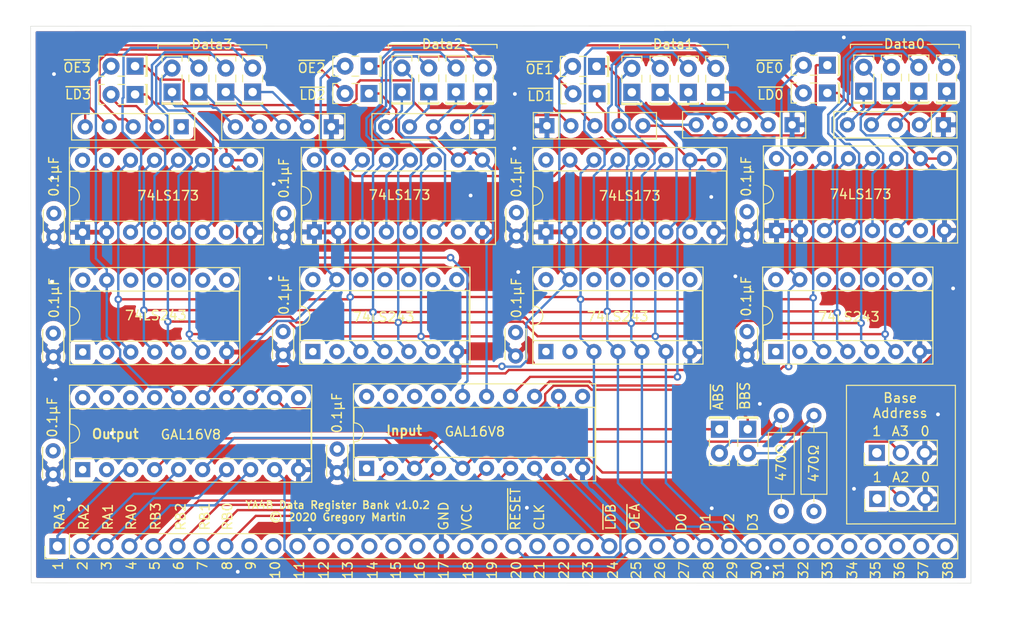
<source format=kicad_pcb>
(kicad_pcb (version 20171130) (host pcbnew "(5.1.4-0-10_14)")
  (layers (0 F.Cu signal) (1 GND.Cu power) (2 VCC.Cu power) (31 B.Cu signal) (34 B.Paste user) (35 F.Paste user) (36 B.SilkS user) (37 F.SilkS user) (38 B.Mask user) (39 F.Mask user) (44 Edge.Cuts user))
  (net 0 "")
  (net 1 GND)
  (net 2 VCC)
  (net 3 D3_0)
  (net 4 "Net-(D1-Pad1)")
  (net 5 D3_1)
  (net 6 "Net-(D2-Pad1)")
  (net 7 D3_2)
  (net 8 "Net-(D3-Pad1)")
  (net 9 D3_3)
  (net 10 "Net-(D4-Pad1)")
  (net 11 D2_0)
  (net 12 "Net-(D5-Pad1)")
  (net 13 D2_1)
  (net 14 "Net-(D6-Pad1)")
  (net 15 D2_2)
  (net 16 "Net-(D7-Pad1)")
  (net 17 D2_3)
  (net 18 "Net-(D8-Pad1)")
  (net 19 D1_0)
  (net 20 "Net-(D9-Pad1)")
  (net 21 D1_1)
  (net 22 "Net-(D10-Pad1)")
  (net 23 D1_2)
  (net 24 "Net-(D11-Pad1)")
  (net 25 D1_3)
  (net 26 "Net-(D12-Pad1)")
  (net 27 D0_0)
  (net 28 "Net-(D13-Pad1)")
  (net 29 D0_1)
  (net 30 "Net-(D14-Pad1)")
  (net 31 D0_2)
  (net 32 "Net-(D15-Pad1)")
  (net 33 D0_3)
  (net 34 "Net-(D16-Pad1)")
  (net 35 "Net-(D17-Pad2)")
  (net 36 ~LD3~)
  (net 37 "Net-(D18-Pad2)")
  (net 38 ~LD2~)
  (net 39 "Net-(D19-Pad2)")
  (net 40 ~LD1~)
  (net 41 "Net-(D20-Pad2)")
  (net 42 ~LD0~)
  (net 43 OE3)
  (net 44 "Net-(D21-Pad1)")
  (net 45 OE2)
  (net 46 "Net-(D22-Pad1)")
  (net 47 OE1)
  (net 48 "Net-(D23-Pad1)")
  (net 49 OE0)
  (net 50 "Net-(D24-Pad1)")
  (net 51 "Net-(D25-Pad2)")
  (net 52 ~ABS~)
  (net 53 "Net-(D26-Pad2)")
  (net 54 ~BBS~)
  (net 55 "Net-(J1-Pad38)")
  (net 56 "Net-(J1-Pad37)")
  (net 57 "Net-(J1-Pad36)")
  (net 58 "Net-(J1-Pad35)")
  (net 59 "Net-(J1-Pad34)")
  (net 60 "Net-(J1-Pad33)")
  (net 61 "Net-(J1-Pad32)")
  (net 62 "Net-(J1-Pad31)")
  (net 63 /Data3)
  (net 64 /Data2)
  (net 65 /Data1)
  (net 66 /Data0)
  (net 67 ~AOE~)
  (net 68 ~LDB~)
  (net 69 "Net-(J1-Pad23)")
  (net 70 "Net-(J1-Pad22)")
  (net 71 CLK)
  (net 72 ~RESET~)
  (net 73 "Net-(J1-Pad19)")
  (net 74 "Net-(J1-Pad16)")
  (net 75 "Net-(J1-Pad15)")
  (net 76 "Net-(J1-Pad14)")
  (net 77 "Net-(J1-Pad13)")
  (net 78 "Net-(J1-Pad12)")
  (net 79 "Net-(J1-Pad11)")
  (net 80 "Net-(J1-Pad10)")
  (net 81 "Net-(J1-Pad9)")
  (net 82 RB0)
  (net 83 RB1)
  (net 84 RB2)
  (net 85 RB3)
  (net 86 RA0)
  (net 87 RA1)
  (net 88 RA2)
  (net 89 RA3)
  (net 90 JP3)
  (net 91 JP2)
  (net 92 "Net-(U1-Pad19)")
  (net 93 "Net-(U1-Pad18)")
  (net 94 RST)
  (net 95 "Net-(U2-Pad19)")
  (net 96 "Net-(U2-Pad18)")
  (net 97 "Net-(U2-Pad17)")
  (net 98 "Net-(J1-Pad26)")
  (module Capacitor_THT:C_Disc_D3.0mm_W2.0mm_P2.50mm (layer F.Cu) (at 125.4125 160.6931 270)
    (fp_text reference C10 hide)
    (fp_text value 0.1µF (at -3.7338 0.0889 90) (layer F.SilkS))
    (pad 2 thru_hole circle (at 2.5 0 270) (size 1.6 1.6) (drill 0.8) (layers *.Cu *.Mask) (net 1 GND))
    (pad 1 thru_hole circle (at 0 0 270) (size 1.6 1.6) (drill 0.8) (layers *.Cu *.Mask) (net 2 VCC))
  )
  (module Package_DIP:DIP-16_W7.62mm_Socket (layer F.Cu) (at 128.5367 149.987 90)
    (fp_text reference U10 hide)
    (fp_text value 74LS173 (at 3.8354 8.9027 180) (layer F.SilkS))
    (pad 16 thru_hole oval (at 7.62 0 90) (size 1.6 1.6) (drill 0.8) (layers *.Cu *.Mask) (net 2 VCC))
    (pad 8 thru_hole oval (at 0 17.78 90) (size 1.6 1.6) (drill 0.8) (layers *.Cu *.Mask) (net 1 GND))
    (pad 15 thru_hole oval (at 7.62 2.54 90) (size 1.6 1.6) (drill 0.8) (layers *.Cu *.Mask) (net 94 RST))
    (pad 7 thru_hole oval (at 0 15.24 90) (size 1.6 1.6) (drill 0.8) (layers *.Cu *.Mask) (net 71 CLK))
    (pad 14 thru_hole oval (at 7.62 5.08 90) (size 1.6 1.6) (drill 0.8) (layers *.Cu *.Mask) (net 66 /Data0))
    (pad 6 thru_hole oval (at 0 12.7 90) (size 1.6 1.6) (drill 0.8) (layers *.Cu *.Mask) (net 33 D0_3))
    (pad 13 thru_hole oval (at 7.62 7.62 90) (size 1.6 1.6) (drill 0.8) (layers *.Cu *.Mask) (net 65 /Data1))
    (pad 5 thru_hole oval (at 0 10.16 90) (size 1.6 1.6) (drill 0.8) (layers *.Cu *.Mask) (net 31 D0_2))
    (pad 12 thru_hole oval (at 7.62 10.16 90) (size 1.6 1.6) (drill 0.8) (layers *.Cu *.Mask) (net 64 /Data2))
    (pad 4 thru_hole oval (at 0 7.62 90) (size 1.6 1.6) (drill 0.8) (layers *.Cu *.Mask) (net 29 D0_1))
    (pad 11 thru_hole oval (at 7.62 12.7 90) (size 1.6 1.6) (drill 0.8) (layers *.Cu *.Mask) (net 63 /Data3))
    (pad 3 thru_hole oval (at 0 5.08 90) (size 1.6 1.6) (drill 0.8) (layers *.Cu *.Mask) (net 27 D0_0))
    (pad 10 thru_hole oval (at 7.62 15.24 90) (size 1.6 1.6) (drill 0.8) (layers *.Cu *.Mask) (net 42 ~LD0~))
    (pad 2 thru_hole oval (at 0 2.54 90) (size 1.6 1.6) (drill 0.8) (layers *.Cu *.Mask) (net 1 GND))
    (pad 9 thru_hole oval (at 7.62 17.78 90) (size 1.6 1.6) (drill 0.8) (layers *.Cu *.Mask) (net 42 ~LD0~))
    (pad 1 thru_hole rect (at 0 0 90) (size 1.6 1.6) (drill 0.8) (layers *.Cu *.Mask) (net 1 GND))
  )
  (module Package_DIP:DIP-14_W7.62mm_Socket (layer F.Cu) (at 128.4605 162.814 90)
    (fp_text reference U9 hide)
    (fp_text value 74LS243 (at 3.683 7.7343 180) (layer F.SilkS))
    (pad 14 thru_hole oval (at 7.62 0 90) (size 1.6 1.6) (drill 0.8) (layers *.Cu *.Mask) (net 2 VCC))
    (pad 7 thru_hole oval (at 0 15.24 90) (size 1.6 1.6) (drill 0.8) (layers *.Cu *.Mask) (net 1 GND))
    (pad 13 thru_hole oval (at 7.62 2.54 90) (size 1.6 1.6) (drill 0.8) (layers *.Cu *.Mask) (net 49 OE0))
    (pad 6 thru_hole oval (at 0 12.7 90) (size 1.6 1.6) (drill 0.8) (layers *.Cu *.Mask) (net 63 /Data3))
    (pad 12 thru_hole oval (at 7.62 5.08 90) (size 1.6 1.6) (drill 0.8) (layers *.Cu *.Mask))
    (pad 5 thru_hole oval (at 0 10.16 90) (size 1.6 1.6) (drill 0.8) (layers *.Cu *.Mask) (net 64 /Data2))
    (pad 11 thru_hole oval (at 7.62 7.62 90) (size 1.6 1.6) (drill 0.8) (layers *.Cu *.Mask) (net 27 D0_0))
    (pad 4 thru_hole oval (at 0 7.62 90) (size 1.6 1.6) (drill 0.8) (layers *.Cu *.Mask) (net 65 /Data1))
    (pad 10 thru_hole oval (at 7.62 10.16 90) (size 1.6 1.6) (drill 0.8) (layers *.Cu *.Mask) (net 29 D0_1))
    (pad 3 thru_hole oval (at 0 5.08 90) (size 1.6 1.6) (drill 0.8) (layers *.Cu *.Mask) (net 66 /Data0))
    (pad 9 thru_hole oval (at 7.62 12.7 90) (size 1.6 1.6) (drill 0.8) (layers *.Cu *.Mask) (net 31 D0_2))
    (pad 2 thru_hole oval (at 0 2.54 90) (size 1.6 1.6) (drill 0.8) (layers *.Cu *.Mask))
    (pad 8 thru_hole oval (at 7.62 15.24 90) (size 1.6 1.6) (drill 0.8) (layers *.Cu *.Mask) (net 33 D0_3))
    (pad 1 thru_hole rect (at 0 0 90) (size 1.6 1.6) (drill 0.8) (layers *.Cu *.Mask) (net 2 VCC))
  )
  (module Package_DIP:DIP-16_W7.62mm_Socket (layer F.Cu) (at 104.1273 150.1394 90)
    (fp_text reference U8 hide)
    (fp_text value 74LS173 (at 3.8227 8.8773 180) (layer F.SilkS))
    (pad 16 thru_hole oval (at 7.62 0 90) (size 1.6 1.6) (drill 0.8) (layers *.Cu *.Mask) (net 2 VCC))
    (pad 8 thru_hole oval (at 0 17.78 90) (size 1.6 1.6) (drill 0.8) (layers *.Cu *.Mask) (net 1 GND))
    (pad 15 thru_hole oval (at 7.62 2.54 90) (size 1.6 1.6) (drill 0.8) (layers *.Cu *.Mask) (net 94 RST))
    (pad 7 thru_hole oval (at 0 15.24 90) (size 1.6 1.6) (drill 0.8) (layers *.Cu *.Mask) (net 71 CLK))
    (pad 14 thru_hole oval (at 7.62 5.08 90) (size 1.6 1.6) (drill 0.8) (layers *.Cu *.Mask) (net 66 /Data0))
    (pad 6 thru_hole oval (at 0 12.7 90) (size 1.6 1.6) (drill 0.8) (layers *.Cu *.Mask) (net 25 D1_3))
    (pad 13 thru_hole oval (at 7.62 7.62 90) (size 1.6 1.6) (drill 0.8) (layers *.Cu *.Mask) (net 65 /Data1))
    (pad 5 thru_hole oval (at 0 10.16 90) (size 1.6 1.6) (drill 0.8) (layers *.Cu *.Mask) (net 23 D1_2))
    (pad 12 thru_hole oval (at 7.62 10.16 90) (size 1.6 1.6) (drill 0.8) (layers *.Cu *.Mask) (net 64 /Data2))
    (pad 4 thru_hole oval (at 0 7.62 90) (size 1.6 1.6) (drill 0.8) (layers *.Cu *.Mask) (net 21 D1_1))
    (pad 11 thru_hole oval (at 7.62 12.7 90) (size 1.6 1.6) (drill 0.8) (layers *.Cu *.Mask) (net 63 /Data3))
    (pad 3 thru_hole oval (at 0 5.08 90) (size 1.6 1.6) (drill 0.8) (layers *.Cu *.Mask) (net 19 D1_0))
    (pad 10 thru_hole oval (at 7.62 15.24 90) (size 1.6 1.6) (drill 0.8) (layers *.Cu *.Mask) (net 40 ~LD1~))
    (pad 2 thru_hole oval (at 0 2.54 90) (size 1.6 1.6) (drill 0.8) (layers *.Cu *.Mask) (net 1 GND))
    (pad 9 thru_hole oval (at 7.62 17.78 90) (size 1.6 1.6) (drill 0.8) (layers *.Cu *.Mask) (net 40 ~LD1~))
    (pad 1 thru_hole rect (at 0 0 90) (size 1.6 1.6) (drill 0.8) (layers *.Cu *.Mask) (net 1 GND))
  )
  (module Package_DIP:DIP-14_W7.62mm_Socket (layer F.Cu) (at 104.1273 162.814 90)
    (fp_text reference U7 hide)
    (fp_text value 74LS243 (at 3.6957 7.5946 180) (layer F.SilkS))
    (pad 14 thru_hole oval (at 7.62 0 90) (size 1.6 1.6) (drill 0.8) (layers *.Cu *.Mask) (net 2 VCC))
    (pad 7 thru_hole oval (at 0 15.24 90) (size 1.6 1.6) (drill 0.8) (layers *.Cu *.Mask) (net 1 GND))
    (pad 13 thru_hole oval (at 7.62 2.54 90) (size 1.6 1.6) (drill 0.8) (layers *.Cu *.Mask) (net 47 OE1))
    (pad 6 thru_hole oval (at 0 12.7 90) (size 1.6 1.6) (drill 0.8) (layers *.Cu *.Mask) (net 63 /Data3))
    (pad 12 thru_hole oval (at 7.62 5.08 90) (size 1.6 1.6) (drill 0.8) (layers *.Cu *.Mask))
    (pad 5 thru_hole oval (at 0 10.16 90) (size 1.6 1.6) (drill 0.8) (layers *.Cu *.Mask) (net 64 /Data2))
    (pad 11 thru_hole oval (at 7.62 7.62 90) (size 1.6 1.6) (drill 0.8) (layers *.Cu *.Mask) (net 19 D1_0))
    (pad 4 thru_hole oval (at 0 7.62 90) (size 1.6 1.6) (drill 0.8) (layers *.Cu *.Mask) (net 65 /Data1))
    (pad 10 thru_hole oval (at 7.62 10.16 90) (size 1.6 1.6) (drill 0.8) (layers *.Cu *.Mask) (net 21 D1_1))
    (pad 3 thru_hole oval (at 0 5.08 90) (size 1.6 1.6) (drill 0.8) (layers *.Cu *.Mask) (net 66 /Data0))
    (pad 9 thru_hole oval (at 7.62 12.7 90) (size 1.6 1.6) (drill 0.8) (layers *.Cu *.Mask) (net 23 D1_2))
    (pad 2 thru_hole oval (at 0 2.54 90) (size 1.6 1.6) (drill 0.8) (layers *.Cu *.Mask))
    (pad 8 thru_hole oval (at 7.62 15.24 90) (size 1.6 1.6) (drill 0.8) (layers *.Cu *.Mask) (net 25 D1_3))
    (pad 1 thru_hole rect (at 0 0 90) (size 1.6 1.6) (drill 0.8) (layers *.Cu *.Mask) (net 2 VCC))
  )
  (module Package_DIP:DIP-16_W7.62mm_Socket (layer F.Cu) (at 79.6163 150.1394 90)
    (fp_text reference U6 hide)
    (fp_text value 74LS173 (at 3.9116 9.017 180) (layer F.SilkS))
    (pad 16 thru_hole oval (at 7.62 0 90) (size 1.6 1.6) (drill 0.8) (layers *.Cu *.Mask) (net 2 VCC))
    (pad 8 thru_hole oval (at 0 17.78 90) (size 1.6 1.6) (drill 0.8) (layers *.Cu *.Mask) (net 1 GND))
    (pad 15 thru_hole oval (at 7.62 2.54 90) (size 1.6 1.6) (drill 0.8) (layers *.Cu *.Mask) (net 94 RST))
    (pad 7 thru_hole oval (at 0 15.24 90) (size 1.6 1.6) (drill 0.8) (layers *.Cu *.Mask) (net 71 CLK))
    (pad 14 thru_hole oval (at 7.62 5.08 90) (size 1.6 1.6) (drill 0.8) (layers *.Cu *.Mask) (net 66 /Data0))
    (pad 6 thru_hole oval (at 0 12.7 90) (size 1.6 1.6) (drill 0.8) (layers *.Cu *.Mask) (net 17 D2_3))
    (pad 13 thru_hole oval (at 7.62 7.62 90) (size 1.6 1.6) (drill 0.8) (layers *.Cu *.Mask) (net 65 /Data1))
    (pad 5 thru_hole oval (at 0 10.16 90) (size 1.6 1.6) (drill 0.8) (layers *.Cu *.Mask) (net 15 D2_2))
    (pad 12 thru_hole oval (at 7.62 10.16 90) (size 1.6 1.6) (drill 0.8) (layers *.Cu *.Mask) (net 64 /Data2))
    (pad 4 thru_hole oval (at 0 7.62 90) (size 1.6 1.6) (drill 0.8) (layers *.Cu *.Mask) (net 13 D2_1))
    (pad 11 thru_hole oval (at 7.62 12.7 90) (size 1.6 1.6) (drill 0.8) (layers *.Cu *.Mask) (net 63 /Data3))
    (pad 3 thru_hole oval (at 0 5.08 90) (size 1.6 1.6) (drill 0.8) (layers *.Cu *.Mask) (net 11 D2_0))
    (pad 10 thru_hole oval (at 7.62 15.24 90) (size 1.6 1.6) (drill 0.8) (layers *.Cu *.Mask) (net 38 ~LD2~))
    (pad 2 thru_hole oval (at 0 2.54 90) (size 1.6 1.6) (drill 0.8) (layers *.Cu *.Mask) (net 1 GND))
    (pad 9 thru_hole oval (at 7.62 17.78 90) (size 1.6 1.6) (drill 0.8) (layers *.Cu *.Mask) (net 38 ~LD2~))
    (pad 1 thru_hole rect (at 0 0 90) (size 1.6 1.6) (drill 0.8) (layers *.Cu *.Mask) (net 1 GND))
  )
  (module Package_DIP:DIP-14_W7.62mm_Socket (layer F.Cu) (at 79.4512 162.814 90)
    (fp_text reference U5 hide)
    (fp_text value 74LS243 (at 3.6576 7.493 180) (layer F.SilkS))
    (pad 14 thru_hole oval (at 7.62 0 90) (size 1.6 1.6) (drill 0.8) (layers *.Cu *.Mask) (net 2 VCC))
    (pad 7 thru_hole oval (at 0 15.24 90) (size 1.6 1.6) (drill 0.8) (layers *.Cu *.Mask) (net 1 GND))
    (pad 13 thru_hole oval (at 7.62 2.54 90) (size 1.6 1.6) (drill 0.8) (layers *.Cu *.Mask) (net 45 OE2))
    (pad 6 thru_hole oval (at 0 12.7 90) (size 1.6 1.6) (drill 0.8) (layers *.Cu *.Mask) (net 63 /Data3))
    (pad 12 thru_hole oval (at 7.62 5.08 90) (size 1.6 1.6) (drill 0.8) (layers *.Cu *.Mask))
    (pad 5 thru_hole oval (at 0 10.16 90) (size 1.6 1.6) (drill 0.8) (layers *.Cu *.Mask) (net 64 /Data2))
    (pad 11 thru_hole oval (at 7.62 7.62 90) (size 1.6 1.6) (drill 0.8) (layers *.Cu *.Mask) (net 11 D2_0))
    (pad 4 thru_hole oval (at 0 7.62 90) (size 1.6 1.6) (drill 0.8) (layers *.Cu *.Mask) (net 65 /Data1))
    (pad 10 thru_hole oval (at 7.62 10.16 90) (size 1.6 1.6) (drill 0.8) (layers *.Cu *.Mask) (net 13 D2_1))
    (pad 3 thru_hole oval (at 0 5.08 90) (size 1.6 1.6) (drill 0.8) (layers *.Cu *.Mask) (net 66 /Data0))
    (pad 9 thru_hole oval (at 7.62 12.7 90) (size 1.6 1.6) (drill 0.8) (layers *.Cu *.Mask) (net 15 D2_2))
    (pad 2 thru_hole oval (at 0 2.54 90) (size 1.6 1.6) (drill 0.8) (layers *.Cu *.Mask))
    (pad 8 thru_hole oval (at 7.62 15.24 90) (size 1.6 1.6) (drill 0.8) (layers *.Cu *.Mask) (net 17 D2_3))
    (pad 1 thru_hole rect (at 0 0 90) (size 1.6 1.6) (drill 0.8) (layers *.Cu *.Mask) (net 2 VCC))
  )
  (module Package_DIP:DIP-16_W7.62mm_Socket (layer F.Cu) (at 55.0672 150.1648 90)
    (fp_text reference U4 hide)
    (fp_text value 74LS173 (at 3.8735 9.0678 180) (layer F.SilkS))
    (pad 16 thru_hole oval (at 7.62 0 90) (size 1.6 1.6) (drill 0.8) (layers *.Cu *.Mask) (net 2 VCC))
    (pad 8 thru_hole oval (at 0 17.78 90) (size 1.6 1.6) (drill 0.8) (layers *.Cu *.Mask) (net 1 GND))
    (pad 15 thru_hole oval (at 7.62 2.54 90) (size 1.6 1.6) (drill 0.8) (layers *.Cu *.Mask) (net 94 RST))
    (pad 7 thru_hole oval (at 0 15.24 90) (size 1.6 1.6) (drill 0.8) (layers *.Cu *.Mask) (net 71 CLK))
    (pad 14 thru_hole oval (at 7.62 5.08 90) (size 1.6 1.6) (drill 0.8) (layers *.Cu *.Mask) (net 66 /Data0))
    (pad 6 thru_hole oval (at 0 12.7 90) (size 1.6 1.6) (drill 0.8) (layers *.Cu *.Mask) (net 9 D3_3))
    (pad 13 thru_hole oval (at 7.62 7.62 90) (size 1.6 1.6) (drill 0.8) (layers *.Cu *.Mask) (net 65 /Data1))
    (pad 5 thru_hole oval (at 0 10.16 90) (size 1.6 1.6) (drill 0.8) (layers *.Cu *.Mask) (net 7 D3_2))
    (pad 12 thru_hole oval (at 7.62 10.16 90) (size 1.6 1.6) (drill 0.8) (layers *.Cu *.Mask) (net 64 /Data2))
    (pad 4 thru_hole oval (at 0 7.62 90) (size 1.6 1.6) (drill 0.8) (layers *.Cu *.Mask) (net 5 D3_1))
    (pad 11 thru_hole oval (at 7.62 12.7 90) (size 1.6 1.6) (drill 0.8) (layers *.Cu *.Mask) (net 63 /Data3))
    (pad 3 thru_hole oval (at 0 5.08 90) (size 1.6 1.6) (drill 0.8) (layers *.Cu *.Mask) (net 3 D3_0))
    (pad 10 thru_hole oval (at 7.62 15.24 90) (size 1.6 1.6) (drill 0.8) (layers *.Cu *.Mask) (net 36 ~LD3~))
    (pad 2 thru_hole oval (at 0 2.54 90) (size 1.6 1.6) (drill 0.8) (layers *.Cu *.Mask) (net 1 GND))
    (pad 9 thru_hole oval (at 7.62 17.78 90) (size 1.6 1.6) (drill 0.8) (layers *.Cu *.Mask) (net 36 ~LD3~))
    (pad 1 thru_hole rect (at 0 0 90) (size 1.6 1.6) (drill 0.8) (layers *.Cu *.Mask) (net 1 GND))
  )
  (module Package_DIP:DIP-14_W7.62mm_Socket (layer F.Cu) (at 55.0926 162.8648 90)
    (fp_text reference U3 hide)
    (fp_text value 74LS243 (at 3.8735 7.7343 180) (layer F.SilkS))
    (pad 14 thru_hole oval (at 7.62 0 90) (size 1.6 1.6) (drill 0.8) (layers *.Cu *.Mask) (net 2 VCC))
    (pad 7 thru_hole oval (at 0 15.24 90) (size 1.6 1.6) (drill 0.8) (layers *.Cu *.Mask) (net 1 GND))
    (pad 13 thru_hole oval (at 7.62 2.54 90) (size 1.6 1.6) (drill 0.8) (layers *.Cu *.Mask) (net 43 OE3))
    (pad 6 thru_hole oval (at 0 12.7 90) (size 1.6 1.6) (drill 0.8) (layers *.Cu *.Mask) (net 63 /Data3))
    (pad 12 thru_hole oval (at 7.62 5.08 90) (size 1.6 1.6) (drill 0.8) (layers *.Cu *.Mask))
    (pad 5 thru_hole oval (at 0 10.16 90) (size 1.6 1.6) (drill 0.8) (layers *.Cu *.Mask) (net 64 /Data2))
    (pad 11 thru_hole oval (at 7.62 7.62 90) (size 1.6 1.6) (drill 0.8) (layers *.Cu *.Mask) (net 3 D3_0))
    (pad 4 thru_hole oval (at 0 7.62 90) (size 1.6 1.6) (drill 0.8) (layers *.Cu *.Mask) (net 65 /Data1))
    (pad 10 thru_hole oval (at 7.62 10.16 90) (size 1.6 1.6) (drill 0.8) (layers *.Cu *.Mask) (net 5 D3_1))
    (pad 3 thru_hole oval (at 0 5.08 90) (size 1.6 1.6) (drill 0.8) (layers *.Cu *.Mask) (net 66 /Data0))
    (pad 9 thru_hole oval (at 7.62 12.7 90) (size 1.6 1.6) (drill 0.8) (layers *.Cu *.Mask) (net 7 D3_2))
    (pad 2 thru_hole oval (at 0 2.54 90) (size 1.6 1.6) (drill 0.8) (layers *.Cu *.Mask))
    (pad 8 thru_hole oval (at 7.62 15.24 90) (size 1.6 1.6) (drill 0.8) (layers *.Cu *.Mask) (net 9 D3_3))
    (pad 1 thru_hole rect (at 0 0 90) (size 1.6 1.6) (drill 0.8) (layers *.Cu *.Mask) (net 2 VCC))
  )
  (module Package_DIP:DIP-20_W7.62mm_Socket (layer F.Cu) (at 55.0799 175.3235 90)
    (fp_text reference U2 hide)
    (fp_text value GAL16V8 (at 3.7084 11.4554 180) (layer F.SilkS))
    (pad 20 thru_hole oval (at 7.62 0 90) (size 1.6 1.6) (drill 0.8) (layers *.Cu *.Mask) (net 2 VCC))
    (pad 10 thru_hole oval (at 0 22.86 90) (size 1.6 1.6) (drill 0.8) (layers *.Cu *.Mask) (net 1 GND))
    (pad 19 thru_hole oval (at 7.62 2.54 90) (size 1.6 1.6) (drill 0.8) (layers *.Cu *.Mask) (net 95 "Net-(U2-Pad19)"))
    (pad 9 thru_hole oval (at 0 20.32 90) (size 1.6 1.6) (drill 0.8) (layers *.Cu *.Mask) (net 67 ~AOE~))
    (pad 18 thru_hole oval (at 7.62 5.08 90) (size 1.6 1.6) (drill 0.8) (layers *.Cu *.Mask) (net 96 "Net-(U2-Pad18)"))
    (pad 8 thru_hole oval (at 0 17.78 90) (size 1.6 1.6) (drill 0.8) (layers *.Cu *.Mask) (net 86 RA0))
    (pad 17 thru_hole oval (at 7.62 7.62 90) (size 1.6 1.6) (drill 0.8) (layers *.Cu *.Mask) (net 97 "Net-(U2-Pad17)"))
    (pad 7 thru_hole oval (at 0 15.24 90) (size 1.6 1.6) (drill 0.8) (layers *.Cu *.Mask) (net 87 RA1))
    (pad 16 thru_hole oval (at 7.62 10.16 90) (size 1.6 1.6) (drill 0.8) (layers *.Cu *.Mask) (net 43 OE3))
    (pad 6 thru_hole oval (at 0 12.7 90) (size 1.6 1.6) (drill 0.8) (layers *.Cu *.Mask) (net 91 JP2))
    (pad 15 thru_hole oval (at 7.62 12.7 90) (size 1.6 1.6) (drill 0.8) (layers *.Cu *.Mask) (net 45 OE2))
    (pad 5 thru_hole oval (at 0 10.16 90) (size 1.6 1.6) (drill 0.8) (layers *.Cu *.Mask) (net 88 RA2))
    (pad 14 thru_hole oval (at 7.62 15.24 90) (size 1.6 1.6) (drill 0.8) (layers *.Cu *.Mask) (net 47 OE1))
    (pad 4 thru_hole oval (at 0 7.62 90) (size 1.6 1.6) (drill 0.8) (layers *.Cu *.Mask) (net 90 JP3))
    (pad 13 thru_hole oval (at 7.62 17.78 90) (size 1.6 1.6) (drill 0.8) (layers *.Cu *.Mask) (net 49 OE0))
    (pad 3 thru_hole oval (at 0 5.08 90) (size 1.6 1.6) (drill 0.8) (layers *.Cu *.Mask) (net 89 RA3))
    (pad 12 thru_hole oval (at 7.62 20.32 90) (size 1.6 1.6) (drill 0.8) (layers *.Cu *.Mask) (net 52 ~ABS~))
    (pad 2 thru_hole oval (at 0 2.54 90) (size 1.6 1.6) (drill 0.8) (layers *.Cu *.Mask) (net 2 VCC))
    (pad 11 thru_hole oval (at 7.62 22.86 90) (size 1.6 1.6) (drill 0.8) (layers *.Cu *.Mask) (net 2 VCC))
    (pad 1 thru_hole rect (at 0 0 90) (size 1.6 1.6) (drill 0.8) (layers *.Cu *.Mask) (net 2 VCC))
  )
  (module Package_DIP:DIP-20_W7.62mm_Socket (layer F.Cu) (at 85.1408 175.1838 90)
    (fp_text reference U1 hide)
    (fp_text value GAL16V8 (at 3.8862 11.4554 180) (layer F.SilkS))
    (pad 20 thru_hole oval (at 7.62 0 90) (size 1.6 1.6) (drill 0.8) (layers *.Cu *.Mask) (net 2 VCC))
    (pad 10 thru_hole oval (at 0 22.86 90) (size 1.6 1.6) (drill 0.8) (layers *.Cu *.Mask) (net 1 GND))
    (pad 19 thru_hole oval (at 7.62 2.54 90) (size 1.6 1.6) (drill 0.8) (layers *.Cu *.Mask) (net 92 "Net-(U1-Pad19)"))
    (pad 9 thru_hole oval (at 0 20.32 90) (size 1.6 1.6) (drill 0.8) (layers *.Cu *.Mask) (net 72 ~RESET~))
    (pad 18 thru_hole oval (at 7.62 5.08 90) (size 1.6 1.6) (drill 0.8) (layers *.Cu *.Mask) (net 93 "Net-(U1-Pad18)"))
    (pad 8 thru_hole oval (at 0 17.78 90) (size 1.6 1.6) (drill 0.8) (layers *.Cu *.Mask) (net 68 ~LDB~))
    (pad 17 thru_hole oval (at 7.62 7.62 90) (size 1.6 1.6) (drill 0.8) (layers *.Cu *.Mask) (net 94 RST))
    (pad 7 thru_hole oval (at 0 15.24 90) (size 1.6 1.6) (drill 0.8) (layers *.Cu *.Mask) (net 82 RB0))
    (pad 16 thru_hole oval (at 7.62 10.16 90) (size 1.6 1.6) (drill 0.8) (layers *.Cu *.Mask) (net 36 ~LD3~))
    (pad 6 thru_hole oval (at 0 12.7 90) (size 1.6 1.6) (drill 0.8) (layers *.Cu *.Mask) (net 83 RB1))
    (pad 15 thru_hole oval (at 7.62 12.7 90) (size 1.6 1.6) (drill 0.8) (layers *.Cu *.Mask) (net 38 ~LD2~))
    (pad 5 thru_hole oval (at 0 10.16 90) (size 1.6 1.6) (drill 0.8) (layers *.Cu *.Mask) (net 91 JP2))
    (pad 14 thru_hole oval (at 7.62 15.24 90) (size 1.6 1.6) (drill 0.8) (layers *.Cu *.Mask) (net 40 ~LD1~))
    (pad 4 thru_hole oval (at 0 7.62 90) (size 1.6 1.6) (drill 0.8) (layers *.Cu *.Mask) (net 84 RB2))
    (pad 13 thru_hole oval (at 7.62 17.78 90) (size 1.6 1.6) (drill 0.8) (layers *.Cu *.Mask) (net 42 ~LD0~))
    (pad 3 thru_hole oval (at 0 5.08 90) (size 1.6 1.6) (drill 0.8) (layers *.Cu *.Mask) (net 90 JP3))
    (pad 12 thru_hole oval (at 7.62 20.32 90) (size 1.6 1.6) (drill 0.8) (layers *.Cu *.Mask) (net 54 ~BBS~))
    (pad 2 thru_hole oval (at 0 2.54 90) (size 1.6 1.6) (drill 0.8) (layers *.Cu *.Mask) (net 85 RB3))
    (pad 11 thru_hole oval (at 7.62 22.86 90) (size 1.6 1.6) (drill 0.8) (layers *.Cu *.Mask) (net 2 VCC))
    (pad 1 thru_hole rect (at 0 0 90) (size 1.6 1.6) (drill 0.8) (layers *.Cu *.Mask) (net 2 VCC))
  )
  (module Resistor_THT:R_Array_SIP5 (layer F.Cu) (at 104.2289 138.8872)
    (fp_text reference RN6 hide)
    (fp_text value 470Ω hide)
    (pad 5 thru_hole oval (at 10.16 0) (size 1.6 1.6) (drill 0.8) (layers *.Cu *.Mask) (net 50 "Net-(D24-Pad1)"))
    (pad 4 thru_hole oval (at 7.62 0) (size 1.6 1.6) (drill 0.8) (layers *.Cu *.Mask) (net 48 "Net-(D23-Pad1)"))
    (pad 3 thru_hole oval (at 5.08 0) (size 1.6 1.6) (drill 0.8) (layers *.Cu *.Mask) (net 46 "Net-(D22-Pad1)"))
    (pad 2 thru_hole oval (at 2.54 0) (size 1.6 1.6) (drill 0.8) (layers *.Cu *.Mask) (net 44 "Net-(D21-Pad1)"))
    (pad 1 thru_hole rect (at 0 0) (size 1.6 1.6) (drill 0.8) (layers *.Cu *.Mask) (net 1 GND))
  )
  (module Resistor_THT:R_Array_SIP5 (layer F.Cu) (at 65.5066 139.0015 180)
    (fp_text reference RN5 hide)
    (fp_text value 470Ω hide)
    (pad 5 thru_hole oval (at 10.16 0 180) (size 1.6 1.6) (drill 0.8) (layers *.Cu *.Mask) (net 41 "Net-(D20-Pad2)"))
    (pad 4 thru_hole oval (at 7.62 0 180) (size 1.6 1.6) (drill 0.8) (layers *.Cu *.Mask) (net 39 "Net-(D19-Pad2)"))
    (pad 3 thru_hole oval (at 5.08 0 180) (size 1.6 1.6) (drill 0.8) (layers *.Cu *.Mask) (net 37 "Net-(D18-Pad2)"))
    (pad 2 thru_hole oval (at 2.54 0 180) (size 1.6 1.6) (drill 0.8) (layers *.Cu *.Mask) (net 35 "Net-(D17-Pad2)"))
    (pad 1 thru_hole rect (at 0 0 180) (size 1.6 1.6) (drill 0.8) (layers *.Cu *.Mask) (net 2 VCC))
  )
  (module Resistor_THT:R_Array_SIP5 (layer F.Cu) (at 146.2024 138.7856 180)
    (fp_text reference RN4 hide)
    (fp_text value 470Ω hide)
    (pad 5 thru_hole oval (at 10.16 0 180) (size 1.6 1.6) (drill 0.8) (layers *.Cu *.Mask) (net 34 "Net-(D16-Pad1)"))
    (pad 4 thru_hole oval (at 7.62 0 180) (size 1.6 1.6) (drill 0.8) (layers *.Cu *.Mask) (net 32 "Net-(D15-Pad1)"))
    (pad 3 thru_hole oval (at 5.08 0 180) (size 1.6 1.6) (drill 0.8) (layers *.Cu *.Mask) (net 30 "Net-(D14-Pad1)"))
    (pad 2 thru_hole oval (at 2.54 0 180) (size 1.6 1.6) (drill 0.8) (layers *.Cu *.Mask) (net 28 "Net-(D13-Pad1)"))
    (pad 1 thru_hole rect (at 0 0 180) (size 1.6 1.6) (drill 0.8) (layers *.Cu *.Mask) (net 1 GND))
  )
  (module Resistor_THT:R_Array_SIP5 (layer F.Cu) (at 130.1877 138.7856 180)
    (fp_text reference RN3 hide)
    (fp_text value 470Ω hide)
    (pad 5 thru_hole oval (at 10.16 0 180) (size 1.6 1.6) (drill 0.8) (layers *.Cu *.Mask) (net 26 "Net-(D12-Pad1)"))
    (pad 4 thru_hole oval (at 7.62 0 180) (size 1.6 1.6) (drill 0.8) (layers *.Cu *.Mask) (net 24 "Net-(D11-Pad1)"))
    (pad 3 thru_hole oval (at 5.08 0 180) (size 1.6 1.6) (drill 0.8) (layers *.Cu *.Mask) (net 22 "Net-(D10-Pad1)"))
    (pad 2 thru_hole oval (at 2.54 0 180) (size 1.6 1.6) (drill 0.8) (layers *.Cu *.Mask) (net 20 "Net-(D9-Pad1)"))
    (pad 1 thru_hole rect (at 0 0 180) (size 1.6 1.6) (drill 0.8) (layers *.Cu *.Mask) (net 1 GND))
  )
  (module Resistor_THT:R_Array_SIP5 (layer F.Cu) (at 97.3074 139.0015 180)
    (fp_text reference RN2 hide)
    (fp_text value 470Ω hide)
    (pad 5 thru_hole oval (at 10.16 0 180) (size 1.6 1.6) (drill 0.8) (layers *.Cu *.Mask) (net 18 "Net-(D8-Pad1)"))
    (pad 4 thru_hole oval (at 7.62 0 180) (size 1.6 1.6) (drill 0.8) (layers *.Cu *.Mask) (net 16 "Net-(D7-Pad1)"))
    (pad 3 thru_hole oval (at 5.08 0 180) (size 1.6 1.6) (drill 0.8) (layers *.Cu *.Mask) (net 14 "Net-(D6-Pad1)"))
    (pad 2 thru_hole oval (at 2.54 0 180) (size 1.6 1.6) (drill 0.8) (layers *.Cu *.Mask) (net 12 "Net-(D5-Pad1)"))
    (pad 1 thru_hole rect (at 0 0 180) (size 1.6 1.6) (drill 0.8) (layers *.Cu *.Mask) (net 1 GND))
  )
  (module Resistor_THT:R_Array_SIP5 (layer F.Cu) (at 81.407 139.0015 180)
    (fp_text reference RN1 hide)
    (fp_text value 470Ω hide)
    (pad 5 thru_hole oval (at 10.16 0 180) (size 1.6 1.6) (drill 0.8) (layers *.Cu *.Mask) (net 10 "Net-(D4-Pad1)"))
    (pad 4 thru_hole oval (at 7.62 0 180) (size 1.6 1.6) (drill 0.8) (layers *.Cu *.Mask) (net 8 "Net-(D3-Pad1)"))
    (pad 3 thru_hole oval (at 5.08 0 180) (size 1.6 1.6) (drill 0.8) (layers *.Cu *.Mask) (net 6 "Net-(D2-Pad1)"))
    (pad 2 thru_hole oval (at 2.54 0 180) (size 1.6 1.6) (drill 0.8) (layers *.Cu *.Mask) (net 4 "Net-(D1-Pad1)"))
    (pad 1 thru_hole rect (at 0 0 180) (size 1.6 1.6) (drill 0.8) (layers *.Cu *.Mask) (net 1 GND))
  )
  (module Resistor_THT:R_Axial_DIN0207_L6.3mm_D2.5mm_P10.16mm_Horizontal (layer F.Cu) (at 129.0447 179.7431 90)
    (fp_text reference R2 hide)
    (fp_text value 470Ω (at 5.1689 -0.0127 90) (layer F.SilkS))
    (pad 2 thru_hole oval (at 10.16 0 90) (size 1.6 1.6) (drill 0.8) (layers *.Cu *.Mask) (net 53 "Net-(D26-Pad2)"))
    (pad 1 thru_hole circle (at 0 0 90) (size 1.6 1.6) (drill 0.8) (layers *.Cu *.Mask) (net 2 VCC))
  )
  (module Resistor_THT:R_Axial_DIN0207_L6.3mm_D2.5mm_P10.16mm_Horizontal (layer F.Cu) (at 132.4991 179.7431 90)
    (fp_text reference R1 hide)
    (fp_text value 470Ω (at 5.0673 -0.0127 90) (layer F.SilkS))
    (pad 2 thru_hole oval (at 10.16 0 90) (size 1.6 1.6) (drill 0.8) (layers *.Cu *.Mask) (net 51 "Net-(D25-Pad2)"))
    (pad 1 thru_hole circle (at 0 0 90) (size 1.6 1.6) (drill 0.8) (layers *.Cu *.Mask) (net 2 VCC))
  )
  (module Connector_PinHeader_2.54mm:PinHeader_1x03_P2.54mm_Vertical (layer F.Cu) (at 139.2047 178.4223 90)
    (fp_text reference JP2 hide)
    (fp_text value Jumper_3_Bridged12 hide)
    (pad 3 thru_hole oval (at 0 5.08 90) (size 1.7 1.7) (drill 1) (layers *.Cu *.Mask) (net 1 GND))
    (pad 2 thru_hole oval (at 0 2.54 90) (size 1.7 1.7) (drill 1) (layers *.Cu *.Mask) (net 91 JP2))
    (pad 1 thru_hole rect (at 0 0 90) (size 1.7 1.7) (drill 1) (layers *.Cu *.Mask) (net 2 VCC))
  )
  (module Connector_PinHeader_2.54mm:PinHeader_1x03_P2.54mm_Vertical (layer F.Cu) (at 139.1539 173.5455 90)
    (fp_text reference JP1 hide)
    (fp_text value Jumper_3_Bridged12 hide)
    (pad 3 thru_hole oval (at 0 5.08 90) (size 1.7 1.7) (drill 1) (layers *.Cu *.Mask) (net 1 GND))
    (pad 2 thru_hole oval (at 0 2.54 90) (size 1.7 1.7) (drill 1) (layers *.Cu *.Mask) (net 90 JP3))
    (pad 1 thru_hole rect (at 0 0 90) (size 1.7 1.7) (drill 1) (layers *.Cu *.Mask) (net 2 VCC))
  )
  (module Connector_PinHeader_2.54mm:PinHeader_1x38_P2.54mm_Vertical (layer F.Cu) (at 52.4129 183.4388 90)
    (fp_text reference J1 hide)
    (fp_text value Conn_01x38 hide)
    (pad 38 thru_hole oval (at 0 93.98 90) (size 1.7 1.7) (drill 1) (layers *.Cu *.Mask) (net 55 "Net-(J1-Pad38)"))
    (pad 37 thru_hole oval (at 0 91.44 90) (size 1.7 1.7) (drill 1) (layers *.Cu *.Mask) (net 56 "Net-(J1-Pad37)"))
    (pad 36 thru_hole oval (at 0 88.9 90) (size 1.7 1.7) (drill 1) (layers *.Cu *.Mask) (net 57 "Net-(J1-Pad36)"))
    (pad 35 thru_hole oval (at 0 86.36 90) (size 1.7 1.7) (drill 1) (layers *.Cu *.Mask) (net 58 "Net-(J1-Pad35)"))
    (pad 34 thru_hole oval (at 0 83.82 90) (size 1.7 1.7) (drill 1) (layers *.Cu *.Mask) (net 59 "Net-(J1-Pad34)"))
    (pad 33 thru_hole oval (at 0 81.28 90) (size 1.7 1.7) (drill 1) (layers *.Cu *.Mask) (net 60 "Net-(J1-Pad33)"))
    (pad 32 thru_hole oval (at 0 78.74 90) (size 1.7 1.7) (drill 1) (layers *.Cu *.Mask) (net 61 "Net-(J1-Pad32)"))
    (pad 31 thru_hole oval (at 0 76.2 90) (size 1.7 1.7) (drill 1) (layers *.Cu *.Mask) (net 62 "Net-(J1-Pad31)"))
    (pad 30 thru_hole oval (at 0 73.66 90) (size 1.7 1.7) (drill 1) (layers *.Cu *.Mask) (net 63 /Data3))
    (pad 29 thru_hole oval (at 0 71.12 90) (size 1.7 1.7) (drill 1) (layers *.Cu *.Mask) (net 64 /Data2))
    (pad 28 thru_hole oval (at 0 68.58 90) (size 1.7 1.7) (drill 1) (layers *.Cu *.Mask) (net 65 /Data1))
    (pad 27 thru_hole oval (at 0 66.04 90) (size 1.7 1.7) (drill 1) (layers *.Cu *.Mask) (net 66 /Data0))
    (pad 26 thru_hole oval (at 0 63.5 90) (size 1.7 1.7) (drill 1) (layers *.Cu *.Mask) (net 98 "Net-(J1-Pad26)"))
    (pad 25 thru_hole oval (at 0 60.96 90) (size 1.7 1.7) (drill 1) (layers *.Cu *.Mask) (net 67 ~AOE~))
    (pad 24 thru_hole oval (at 0 58.42 90) (size 1.7 1.7) (drill 1) (layers *.Cu *.Mask) (net 68 ~LDB~))
    (pad 23 thru_hole oval (at 0 55.88 90) (size 1.7 1.7) (drill 1) (layers *.Cu *.Mask) (net 69 "Net-(J1-Pad23)"))
    (pad 22 thru_hole oval (at 0 53.34 90) (size 1.7 1.7) (drill 1) (layers *.Cu *.Mask) (net 70 "Net-(J1-Pad22)"))
    (pad 21 thru_hole oval (at 0 50.8 90) (size 1.7 1.7) (drill 1) (layers *.Cu *.Mask) (net 71 CLK))
    (pad 20 thru_hole oval (at 0 48.26 90) (size 1.7 1.7) (drill 1) (layers *.Cu *.Mask) (net 72 ~RESET~))
    (pad 19 thru_hole oval (at 0 45.72 90) (size 1.7 1.7) (drill 1) (layers *.Cu *.Mask) (net 73 "Net-(J1-Pad19)"))
    (pad 18 thru_hole oval (at 0 43.18 90) (size 1.7 1.7) (drill 1) (layers *.Cu *.Mask) (net 2 VCC))
    (pad 17 thru_hole oval (at 0 40.64 90) (size 1.7 1.7) (drill 1) (layers *.Cu *.Mask) (net 1 GND))
    (pad 16 thru_hole oval (at 0 38.1 90) (size 1.7 1.7) (drill 1) (layers *.Cu *.Mask) (net 74 "Net-(J1-Pad16)"))
    (pad 15 thru_hole oval (at 0 35.56 90) (size 1.7 1.7) (drill 1) (layers *.Cu *.Mask) (net 75 "Net-(J1-Pad15)"))
    (pad 14 thru_hole oval (at 0 33.02 90) (size 1.7 1.7) (drill 1) (layers *.Cu *.Mask) (net 76 "Net-(J1-Pad14)"))
    (pad 13 thru_hole oval (at 0 30.48 90) (size 1.7 1.7) (drill 1) (layers *.Cu *.Mask) (net 77 "Net-(J1-Pad13)"))
    (pad 12 thru_hole oval (at 0 27.94 90) (size 1.7 1.7) (drill 1) (layers *.Cu *.Mask) (net 78 "Net-(J1-Pad12)"))
    (pad 11 thru_hole oval (at 0 25.4 90) (size 1.7 1.7) (drill 1) (layers *.Cu *.Mask) (net 79 "Net-(J1-Pad11)"))
    (pad 10 thru_hole oval (at 0 22.86 90) (size 1.7 1.7) (drill 1) (layers *.Cu *.Mask) (net 80 "Net-(J1-Pad10)"))
    (pad 9 thru_hole oval (at 0 20.32 90) (size 1.7 1.7) (drill 1) (layers *.Cu *.Mask) (net 81 "Net-(J1-Pad9)"))
    (pad 8 thru_hole oval (at 0 17.78 90) (size 1.7 1.7) (drill 1) (layers *.Cu *.Mask) (net 82 RB0))
    (pad 7 thru_hole oval (at 0 15.24 90) (size 1.7 1.7) (drill 1) (layers *.Cu *.Mask) (net 83 RB1))
    (pad 6 thru_hole oval (at 0 12.7 90) (size 1.7 1.7) (drill 1) (layers *.Cu *.Mask) (net 84 RB2))
    (pad 5 thru_hole oval (at 0 10.16 90) (size 1.7 1.7) (drill 1) (layers *.Cu *.Mask) (net 85 RB3))
    (pad 4 thru_hole oval (at 0 7.62 90) (size 1.7 1.7) (drill 1) (layers *.Cu *.Mask) (net 86 RA0))
    (pad 3 thru_hole oval (at 0 5.08 90) (size 1.7 1.7) (drill 1) (layers *.Cu *.Mask) (net 87 RA1))
    (pad 2 thru_hole oval (at 0 2.54 90) (size 1.7 1.7) (drill 1) (layers *.Cu *.Mask) (net 88 RA2))
    (pad 1 thru_hole rect (at 0 0 90) (size 1.7 1.7) (drill 1) (layers *.Cu *.Mask) (net 89 RA3))
  )
  (module LED_THT:LED_Rectangular_W5.0mm_H2.0mm (layer F.Cu) (at 122.4915 171.0436 270)
    (fp_text reference D26 hide)
    (fp_text value LED hide)
    (pad 2 thru_hole circle (at 2.54 0 270) (size 1.8 1.8) (drill 0.9) (layers *.Cu *.Mask) (net 53 "Net-(D26-Pad2)"))
    (pad 1 thru_hole rect (at 0 0 270) (size 1.8 1.8) (drill 0.9) (layers *.Cu *.Mask) (net 54 ~BBS~))
  )
  (module LED_THT:LED_Rectangular_W5.0mm_H2.0mm (layer F.Cu) (at 125.4887 171.0436 270)
    (fp_text reference D25 hide)
    (fp_text value LED hide)
    (pad 2 thru_hole circle (at 2.54 0 270) (size 1.8 1.8) (drill 0.9) (layers *.Cu *.Mask) (net 51 "Net-(D25-Pad2)"))
    (pad 1 thru_hole rect (at 0 0 270) (size 1.8 1.8) (drill 0.9) (layers *.Cu *.Mask) (net 52 ~ABS~))
  )
  (module LED_THT:LED_Rectangular_W5.0mm_H2.0mm (layer F.Cu) (at 133.9215 132.4737 180)
    (fp_text reference D24 hide)
    (fp_text value LED hide)
    (pad 2 thru_hole circle (at 2.54 0 180) (size 1.8 1.8) (drill 0.9) (layers *.Cu *.Mask) (net 49 OE0))
    (pad 1 thru_hole rect (at 0 0 180) (size 1.8 1.8) (drill 0.9) (layers *.Cu *.Mask) (net 50 "Net-(D24-Pad1)"))
  )
  (module LED_THT:LED_Rectangular_W5.0mm_H2.0mm (layer F.Cu) (at 109.4867 132.6007 180)
    (fp_text reference D23 hide)
    (fp_text value LED hide)
    (pad 2 thru_hole circle (at 2.54 0 180) (size 1.8 1.8) (drill 0.9) (layers *.Cu *.Mask) (net 47 OE1))
    (pad 1 thru_hole rect (at 0 0 180) (size 1.8 1.8) (drill 0.9) (layers *.Cu *.Mask) (net 48 "Net-(D23-Pad1)"))
  )
  (module LED_THT:LED_Rectangular_W5.0mm_H2.0mm (layer F.Cu) (at 85.3948 132.5753 180)
    (fp_text reference D22 hide)
    (fp_text value LED hide)
    (pad 2 thru_hole circle (at 2.54 0 180) (size 1.8 1.8) (drill 0.9) (layers *.Cu *.Mask) (net 45 OE2))
    (pad 1 thru_hole rect (at 0 0 180) (size 1.8 1.8) (drill 0.9) (layers *.Cu *.Mask) (net 46 "Net-(D22-Pad1)"))
  )
  (module LED_THT:LED_Rectangular_W5.0mm_H2.0mm (layer F.Cu) (at 60.6298 132.5753 180)
    (fp_text reference D21 hide)
    (fp_text value LED hide)
    (pad 2 thru_hole circle (at 2.54 0 180) (size 1.8 1.8) (drill 0.9) (layers *.Cu *.Mask) (net 43 OE3))
    (pad 1 thru_hole rect (at 0 0 180) (size 1.8 1.8) (drill 0.9) (layers *.Cu *.Mask) (net 44 "Net-(D21-Pad1)"))
  )
  (module LED_THT:LED_Rectangular_W5.0mm_H2.0mm (layer F.Cu) (at 133.9215 135.4201 180)
    (fp_text reference D20 hide)
    (fp_text value LED hide)
    (pad 2 thru_hole circle (at 2.54 0 180) (size 1.8 1.8) (drill 0.9) (layers *.Cu *.Mask) (net 41 "Net-(D20-Pad2)"))
    (pad 1 thru_hole rect (at 0 0 180) (size 1.8 1.8) (drill 0.9) (layers *.Cu *.Mask) (net 42 ~LD0~))
  )
  (module LED_THT:LED_Rectangular_W5.0mm_H2.0mm (layer F.Cu) (at 109.5375 135.4963 180)
    (fp_text reference D19 hide)
    (fp_text value LED hide)
    (pad 2 thru_hole circle (at 2.54 0 180) (size 1.8 1.8) (drill 0.9) (layers *.Cu *.Mask) (net 39 "Net-(D19-Pad2)"))
    (pad 1 thru_hole rect (at 0 0 180) (size 1.8 1.8) (drill 0.9) (layers *.Cu *.Mask) (net 40 ~LD1~))
  )
  (module LED_THT:LED_Rectangular_W5.0mm_H2.0mm (layer F.Cu) (at 85.3948 135.4709 180)
    (fp_text reference D18 hide)
    (fp_text value LED hide)
    (pad 2 thru_hole circle (at 2.54 0 180) (size 1.8 1.8) (drill 0.9) (layers *.Cu *.Mask) (net 37 "Net-(D18-Pad2)"))
    (pad 1 thru_hole rect (at 0 0 180) (size 1.8 1.8) (drill 0.9) (layers *.Cu *.Mask) (net 38 ~LD2~))
  )
  (module LED_THT:LED_Rectangular_W5.0mm_H2.0mm (layer F.Cu) (at 60.6298 135.5725 180)
    (fp_text reference D17 hide)
    (fp_text value LED hide)
    (pad 2 thru_hole circle (at 2.54 0 180) (size 1.8 1.8) (drill 0.9) (layers *.Cu *.Mask) (net 35 "Net-(D17-Pad2)"))
    (pad 1 thru_hole rect (at 0 0 180) (size 1.8 1.8) (drill 0.9) (layers *.Cu *.Mask) (net 36 ~LD3~))
  )
  (module LED_THT:LED_Rectangular_W5.0mm_H2.0mm (layer F.Cu) (at 137.7696 135.2296 90)
    (fp_text reference D16 hide)
    (fp_text value LED hide)
    (pad 2 thru_hole circle (at 2.54 0 90) (size 1.8 1.8) (drill 0.9) (layers *.Cu *.Mask) (net 33 D0_3))
    (pad 1 thru_hole rect (at 0 0 90) (size 1.8 1.8) (drill 0.9) (layers *.Cu *.Mask) (net 34 "Net-(D16-Pad1)"))
  )
  (module LED_THT:LED_Rectangular_W5.0mm_H2.0mm (layer F.Cu) (at 140.7033 135.2296 90)
    (fp_text reference D15 hide)
    (fp_text value LED hide)
    (pad 2 thru_hole circle (at 2.54 0 90) (size 1.8 1.8) (drill 0.9) (layers *.Cu *.Mask) (net 31 D0_2))
    (pad 1 thru_hole rect (at 0 0 90) (size 1.8 1.8) (drill 0.9) (layers *.Cu *.Mask) (net 32 "Net-(D15-Pad1)"))
  )
  (module LED_THT:LED_Rectangular_W5.0mm_H2.0mm (layer F.Cu) (at 143.5989 135.2296 90)
    (fp_text reference D14 hide)
    (fp_text value LED hide)
    (pad 2 thru_hole circle (at 2.54 0 90) (size 1.8 1.8) (drill 0.9) (layers *.Cu *.Mask) (net 29 D0_1))
    (pad 1 thru_hole rect (at 0 0 90) (size 1.8 1.8) (drill 0.9) (layers *.Cu *.Mask) (net 30 "Net-(D14-Pad1)"))
  )
  (module LED_THT:LED_Rectangular_W5.0mm_H2.0mm (layer F.Cu) (at 146.5453 135.2296 90)
    (fp_text reference D13 hide)
    (fp_text value LED hide)
    (pad 2 thru_hole circle (at 2.54 0 90) (size 1.8 1.8) (drill 0.9) (layers *.Cu *.Mask) (net 27 D0_0))
    (pad 1 thru_hole rect (at 0 0 90) (size 1.8 1.8) (drill 0.9) (layers *.Cu *.Mask) (net 28 "Net-(D13-Pad1)"))
  )
  (module LED_THT:LED_Rectangular_W5.0mm_H2.0mm (layer F.Cu) (at 113.2205 135.3439 90)
    (fp_text reference D12 hide)
    (fp_text value LED hide)
    (pad 2 thru_hole circle (at 2.54 0 90) (size 1.8 1.8) (drill 0.9) (layers *.Cu *.Mask) (net 25 D1_3))
    (pad 1 thru_hole rect (at 0 0 90) (size 1.8 1.8) (drill 0.9) (layers *.Cu *.Mask) (net 26 "Net-(D12-Pad1)"))
  )
  (module LED_THT:LED_Rectangular_W5.0mm_H2.0mm (layer F.Cu) (at 116.2177 135.3439 90)
    (fp_text reference D11 hide)
    (fp_text value LED hide)
    (pad 2 thru_hole circle (at 2.54 0 90) (size 1.8 1.8) (drill 0.9) (layers *.Cu *.Mask) (net 23 D1_2))
    (pad 1 thru_hole rect (at 0 0 90) (size 1.8 1.8) (drill 0.9) (layers *.Cu *.Mask) (net 24 "Net-(D11-Pad1)"))
  )
  (module LED_THT:LED_Rectangular_W5.0mm_H2.0mm (layer F.Cu) (at 119.2022 135.3439 90)
    (fp_text reference D10 hide)
    (fp_text value LED hide)
    (pad 2 thru_hole circle (at 2.54 0 90) (size 1.8 1.8) (drill 0.9) (layers *.Cu *.Mask) (net 21 D1_1))
    (pad 1 thru_hole rect (at 0 0 90) (size 1.8 1.8) (drill 0.9) (layers *.Cu *.Mask) (net 22 "Net-(D10-Pad1)"))
  )
  (module LED_THT:LED_Rectangular_W5.0mm_H2.0mm (layer F.Cu) (at 122.0978 135.3439 90)
    (fp_text reference D9 hide)
    (fp_text value LED hide)
    (pad 2 thru_hole circle (at 2.54 0 90) (size 1.8 1.8) (drill 0.9) (layers *.Cu *.Mask) (net 19 D1_0))
    (pad 1 thru_hole rect (at 0 0 90) (size 1.8 1.8) (drill 0.9) (layers *.Cu *.Mask) (net 20 "Net-(D9-Pad1)"))
  )
  (module LED_THT:LED_Rectangular_W5.0mm_H2.0mm (layer F.Cu) (at 88.8746 135.3058 90)
    (fp_text reference D8 hide)
    (fp_text value LED hide)
    (pad 2 thru_hole circle (at 2.54 0 90) (size 1.8 1.8) (drill 0.9) (layers *.Cu *.Mask) (net 17 D2_3))
    (pad 1 thru_hole rect (at 0 0 90) (size 1.8 1.8) (drill 0.9) (layers *.Cu *.Mask) (net 18 "Net-(D8-Pad1)"))
  )
  (module LED_THT:LED_Rectangular_W5.0mm_H2.0mm (layer F.Cu) (at 91.7194 135.3058 90)
    (fp_text reference D7 hide)
    (fp_text value LED hide)
    (pad 2 thru_hole circle (at 2.54 0 90) (size 1.8 1.8) (drill 0.9) (layers *.Cu *.Mask) (net 15 D2_2))
    (pad 1 thru_hole rect (at 0 0 90) (size 1.8 1.8) (drill 0.9) (layers *.Cu *.Mask) (net 16 "Net-(D7-Pad1)"))
  )
  (module LED_THT:LED_Rectangular_W5.0mm_H2.0mm (layer F.Cu) (at 94.6023 135.3058 90)
    (fp_text reference D6 hide)
    (fp_text value LED hide)
    (pad 2 thru_hole circle (at 2.54 0 90) (size 1.8 1.8) (drill 0.9) (layers *.Cu *.Mask) (net 13 D2_1))
    (pad 1 thru_hole rect (at 0 0 90) (size 1.8 1.8) (drill 0.9) (layers *.Cu *.Mask) (net 14 "Net-(D6-Pad1)"))
  )
  (module LED_THT:LED_Rectangular_W5.0mm_H2.0mm (layer F.Cu) (at 97.4979 135.3058 90)
    (fp_text reference D5 hide)
    (fp_text value LED hide)
    (pad 2 thru_hole circle (at 2.54 0 90) (size 1.8 1.8) (drill 0.9) (layers *.Cu *.Mask) (net 11 D2_0))
    (pad 1 thru_hole rect (at 0 0 90) (size 1.8 1.8) (drill 0.9) (layers *.Cu *.Mask) (net 12 "Net-(D5-Pad1)"))
  )
  (module LED_THT:LED_Rectangular_W5.0mm_H2.0mm (layer F.Cu) (at 64.5414 135.3185 90)
    (fp_text reference D4 hide)
    (fp_text value LED hide)
    (pad 2 thru_hole circle (at 2.54 0 90) (size 1.8 1.8) (drill 0.9) (layers *.Cu *.Mask) (net 9 D3_3))
    (pad 1 thru_hole rect (at 0 0 90) (size 1.8 1.8) (drill 0.9) (layers *.Cu *.Mask) (net 10 "Net-(D4-Pad1)"))
  )
  (module LED_THT:LED_Rectangular_W5.0mm_H2.0mm (layer F.Cu) (at 67.3862 135.3185 90)
    (fp_text reference D3 hide)
    (fp_text value LED hide)
    (pad 2 thru_hole circle (at 2.54 0 90) (size 1.8 1.8) (drill 0.9) (layers *.Cu *.Mask) (net 7 D3_2))
    (pad 1 thru_hole rect (at 0 0 90) (size 1.8 1.8) (drill 0.9) (layers *.Cu *.Mask) (net 8 "Net-(D3-Pad1)"))
  )
  (module LED_THT:LED_Rectangular_W5.0mm_H2.0mm (layer F.Cu) (at 70.231 135.3185 90)
    (fp_text reference D2 hide)
    (fp_text value LED hide)
    (pad 2 thru_hole circle (at 2.54 0 90) (size 1.8 1.8) (drill 0.9) (layers *.Cu *.Mask) (net 5 D3_1))
    (pad 1 thru_hole rect (at 0 0 90) (size 1.8 1.8) (drill 0.9) (layers *.Cu *.Mask) (net 6 "Net-(D2-Pad1)"))
  )
  (module LED_THT:LED_Rectangular_W5.0mm_H2.0mm (layer F.Cu) (at 73.0758 135.3185 90)
    (fp_text reference D1 hide)
    (fp_text value LED hide)
    (pad 2 thru_hole circle (at 2.54 0 90) (size 1.8 1.8) (drill 0.9) (layers *.Cu *.Mask) (net 3 D3_0))
    (pad 1 thru_hole rect (at 0 0 90) (size 1.8 1.8) (drill 0.9) (layers *.Cu *.Mask) (net 4 "Net-(D1-Pad1)"))
  )
  (module Capacitor_THT:C_Disc_D3.0mm_W2.0mm_P2.50mm (layer F.Cu) (at 125.4125 147.9931 270)
    (fp_text reference C9 hide)
    (fp_text value 0.1µF (at -3.7338 0.0889 90) (layer F.SilkS))
    (pad 2 thru_hole circle (at 2.5 0 270) (size 1.6 1.6) (drill 0.8) (layers *.Cu *.Mask) (net 1 GND))
    (pad 1 thru_hole circle (at 0 0 270) (size 1.6 1.6) (drill 0.8) (layers *.Cu *.Mask) (net 2 VCC))
  )
  (module Capacitor_THT:C_Disc_D3.0mm_W2.0mm_P2.50mm (layer F.Cu) (at 100.9142 160.782 270)
    (fp_text reference C8 hide)
    (fp_text value 0.1µF (at -3.6449 -0.0889 90) (layer F.SilkS))
    (pad 2 thru_hole circle (at 2.5 0 270) (size 1.6 1.6) (drill 0.8) (layers *.Cu *.Mask) (net 1 GND))
    (pad 1 thru_hole circle (at 0 0 270) (size 1.6 1.6) (drill 0.8) (layers *.Cu *.Mask) (net 2 VCC))
  )
  (module Capacitor_THT:C_Disc_D3.0mm_W2.0mm_P2.50mm (layer F.Cu) (at 101.0031 148.082 270)
    (fp_text reference C7 hide)
    (fp_text value 0.1µF (at -3.7338 0 90) (layer F.SilkS))
    (pad 2 thru_hole circle (at 2.5 0 270) (size 1.6 1.6) (drill 0.8) (layers *.Cu *.Mask) (net 1 GND))
    (pad 1 thru_hole circle (at 0 0 270) (size 1.6 1.6) (drill 0.8) (layers *.Cu *.Mask) (net 2 VCC))
  )
  (module Capacitor_THT:C_Disc_D3.0mm_W2.0mm_P2.50mm (layer F.Cu) (at 82.0293 173.1391 270)
    (fp_text reference C6 hide)
    (fp_text value 0.1µF (at -3.8227 0.0254 90) (layer F.SilkS))
    (pad 2 thru_hole circle (at 2.5 0 270) (size 1.6 1.6) (drill 0.8) (layers *.Cu *.Mask) (net 1 GND))
    (pad 1 thru_hole circle (at 0 0 270) (size 1.6 1.6) (drill 0.8) (layers *.Cu *.Mask) (net 2 VCC))
  )
  (module Capacitor_THT:C_Disc_D3.0mm_W2.0mm_P2.50mm (layer F.Cu) (at 76.3016 160.6931 270)
    (fp_text reference C5 hide)
    (fp_text value 0.1µF (at -3.9116 -0.0889 90) (layer F.SilkS))
    (pad 2 thru_hole circle (at 2.5 0 270) (size 1.6 1.6) (drill 0.8) (layers *.Cu *.Mask) (net 1 GND))
    (pad 1 thru_hole circle (at 0 0 270) (size 1.6 1.6) (drill 0.8) (layers *.Cu *.Mask) (net 2 VCC))
  )
  (module Capacitor_THT:C_Disc_D3.0mm_W2.0mm_P2.50mm (layer F.Cu) (at 76.3905 148.1709 270)
    (fp_text reference C4 hide)
    (fp_text value 0.1µF (at -3.7338 0 90) (layer F.SilkS))
    (pad 2 thru_hole circle (at 2.5 0 270) (size 1.6 1.6) (drill 0.8) (layers *.Cu *.Mask) (net 1 GND))
    (pad 1 thru_hole circle (at 0 0 270) (size 1.6 1.6) (drill 0.8) (layers *.Cu *.Mask) (net 2 VCC))
  )
  (module Capacitor_THT:C_Disc_D3.0mm_W2.0mm_P2.50mm (layer F.Cu) (at 51.9557 173.3296 270)
    (fp_text reference C3 hide)
    (fp_text value 0.1µF (at -3.556 0.0889 90) (layer F.SilkS))
    (pad 2 thru_hole circle (at 2.5 0 270) (size 1.6 1.6) (drill 0.8) (layers *.Cu *.Mask) (net 1 GND))
    (pad 1 thru_hole circle (at 0 0 270) (size 1.6 1.6) (drill 0.8) (layers *.Cu *.Mask) (net 2 VCC))
  )
  (module Capacitor_THT:C_Disc_D3.0mm_W2.0mm_P2.50mm (layer F.Cu) (at 51.9684 160.8709 270)
    (fp_text reference C2 hide)
    (fp_text value 0.1µF (at -3.7338 -0.0889 90) (layer F.SilkS))
    (pad 2 thru_hole circle (at 2.5 0 270) (size 1.6 1.6) (drill 0.8) (layers *.Cu *.Mask) (net 1 GND))
    (pad 1 thru_hole circle (at 0 0 270) (size 1.6 1.6) (drill 0.8) (layers *.Cu *.Mask) (net 2 VCC))
  )
  (module Capacitor_THT:C_Disc_D3.0mm_W2.0mm_P2.50mm (layer F.Cu) (at 52.0319 148.1709 270)
    (fp_text reference C1 hide)
    (fp_text value 0.1µF (at -3.9116 0 90) (layer F.SilkS))
    (pad 2 thru_hole circle (at 2.5 0 270) (size 1.6 1.6) (drill 0.8) (layers *.Cu *.Mask) (net 1 GND))
    (pad 1 thru_hole circle (at 0 0 270) (size 1.6 1.6) (drill 0.8) (layers *.Cu *.Mask) (net 2 VCC))
  )
  (gr_text "YA4B Data Register Bank v1.0.2\n© 2020 Gregory Martin" (at 82.0801 179.7177) (layer F.SilkS) (effects (font (size 0.8 0.8))))
  (gr_line (start 71.1962 130.302) (end 74.5617 130.302) (layer F.SilkS) (width 0.12))
  (gr_line (start 66.421 130.302) (end 63.0555 130.302) (layer F.SilkS) (width 0.12))
  (gr_line (start 74.5617 130.302) (end 74.5617 130.6957) (layer F.SilkS) (width 0.12))
  (gr_line (start 63.0555 130.6957) (end 63.0555 130.302) (layer F.SilkS) (width 0.12))
  (gr_text Data3 (at 68.7705 130.2639) (layer F.SilkS) (effects (font (size 1 1))))
  (gr_line (start 98.9457 130.2766) (end 98.9457 130.6703) (layer F.SilkS) (width 0.12))
  (gr_line (start 95.5802 130.2766) (end 98.9457 130.2766) (layer F.SilkS) (width 0.12))
  (gr_line (start 87.4395 130.6703) (end 87.4395 130.2766) (layer F.SilkS) (width 0.12))
  (gr_line (start 90.805 130.2766) (end 87.4395 130.2766) (layer F.SilkS) (width 0.12))
  (gr_text Data2 (at 93.1545 130.2385) (layer F.SilkS) (effects (font (size 1 1))))
  (gr_line (start 147.8661 130.2639) (end 147.8661 130.6576) (layer F.SilkS) (width 0.12))
  (gr_line (start 144.5006 130.2639) (end 147.8661 130.2639) (layer F.SilkS) (width 0.12))
  (gr_line (start 136.3599 130.6576) (end 136.3599 130.2639) (layer F.SilkS) (width 0.12))
  (gr_line (start 139.7254 130.2639) (end 136.3599 130.2639) (layer F.SilkS) (width 0.12))
  (gr_text Data0 (at 142.0749 130.2258) (layer F.SilkS) (effects (font (size 1 1))))
  (gr_line (start 111.8997 130.6703) (end 111.8997 130.2766) (layer F.SilkS) (width 0.12))
  (gr_line (start 115.2652 130.2766) (end 111.8997 130.2766) (layer F.SilkS) (width 0.12))
  (gr_line (start 123.4059 130.2766) (end 123.4059 130.6703) (layer F.SilkS) (width 0.12))
  (gr_line (start 120.0404 130.2766) (end 123.4059 130.2766) (layer F.SilkS) (width 0.12))
  (gr_text Data1 (at 117.6147 130.2385) (layer F.SilkS) (effects (font (size 1 1))))
  (gr_line (start 135.9662 181.0766) (end 135.9408 166.3954) (layer F.SilkS) (width 0.12))
  (gr_line (start 147.4724 181.0639) (end 135.9662 181.0766) (layer F.SilkS) (width 0.12))
  (gr_line (start 147.4724 166.3954) (end 147.4724 181.0639) (layer F.SilkS) (width 0.12))
  (gr_line (start 135.9408 166.3954) (end 147.4724 166.3954) (layer F.SilkS) (width 0.12))
  (gr_text "Base\nAddress" (at 141.6304 168.529) (layer F.SilkS) (effects (font (size 1 1))))
  (gr_text 1 (at 139.1539 171.2595) (layer F.SilkS) (effects (font (size 1 1))))
  (gr_text A3 (at 141.6431 171.2595) (layer F.SilkS) (effects (font (size 1 1))))
  (gr_text 0 (at 144.2593 171.2595) (layer F.SilkS) (effects (font (size 1 1))))
  (gr_text 0 (at 144.3101 176.1363) (layer F.SilkS) (effects (font (size 1 1))))
  (gr_text 1 (at 139.2047 176.1363) (layer F.SilkS) (effects (font (size 1 1))))
  (gr_text A2 (at 141.6939 176.1363) (layer F.SilkS) (effects (font (size 1 1))))
  (gr_text ~ABS~ (at 122.3645 167.6146 90) (layer F.SilkS) (effects (font (size 1 1))))
  (gr_text ~BBS~ (at 125.2093 167.513 90) (layer F.SilkS) (effects (font (size 1 1))))
  (gr_text ~LD0~ (at 127.889 135.6106) (layer F.SilkS) (effects (font (size 1 1))))
  (gr_text ~OE0~ (at 127.7874 132.7658) (layer F.SilkS) (effects (font (size 1 1))))
  (gr_text ~LD1~ (at 103.5431 135.7503) (layer F.SilkS) (effects (font (size 1 1))))
  (gr_text ~OE1~ (at 103.4415 132.9055) (layer F.SilkS) (effects (font (size 1 1))))
  (gr_text ~LD2~ (at 79.4131 135.6233) (layer F.SilkS) (effects (font (size 1 1))))
  (gr_text ~OE2~ (at 79.3115 132.7785) (layer F.SilkS) (effects (font (size 1 1))))
  (gr_text ~LD3~ (at 54.5973 135.5725) (layer F.SilkS) (effects (font (size 1 1))))
  (gr_text ~OE3~ (at 54.4957 132.7277) (layer F.SilkS) (effects (font (size 1 1))))
  (gr_line (start 49.5681 128.3462) (end 49.6316 187.325) (layer Edge.Cuts) (width 0.05))
  (gr_line (start 149.1234 128.2954) (end 49.5681 128.3462) (layer Edge.Cuts) (width 0.05))
  (gr_line (start 149.1234 187.3504) (end 149.1234 128.2954) (layer Edge.Cuts) (width 0.05))
  (gr_line (start 49.6316 187.325) (end 149.1234 187.3504) (layer Edge.Cuts) (width 0.05))
  (gr_text D3 (at 126.0348 181.9783 90) (layer F.SilkS) (effects (font (size 1 1)) (justify left)))
  (gr_text D2 (at 123.5329 181.9783 90) (layer F.SilkS) (effects (font (size 1 1)) (justify left)))
  (gr_text D1 (at 121.031 181.9783 90) (layer F.SilkS) (effects (font (size 1 1)) (justify left)))
  (gr_text D0 (at 118.4656 181.9783 90) (layer F.SilkS) (effects (font (size 1 1)) (justify left)))
  (gr_text ~OEA~ (at 113.5253 181.8386 90) (layer F.SilkS) (effects (font (size 1 1)) (justify left)))
  (gr_text ~LDB~ (at 110.9853 181.8386 90) (layer F.SilkS) (effects (font (size 1 1)) (justify left)))
  (gr_text CLK (at 103.4161 181.864 90) (layer F.SilkS) (effects (font (size 1 1)) (justify left)))
  (gr_text ~RESET~ (at 100.9015 181.864 90) (layer F.SilkS) (effects (font (size 1 1)) (justify left)))
  (gr_text VCC (at 95.7453 181.8767 90) (layer F.SilkS) (effects (font (size 1 1)) (justify left)))
  (gr_text GND (at 93.2942 181.864 90) (layer F.SilkS) (effects (font (size 1 1)) (justify left)))
  (gr_text RB0 (at 70.4088 181.864 90) (layer F.SilkS) (effects (font (size 1 1)) (justify left)))
  (gr_text RB1 (at 68.0085 181.864 90) (layer F.SilkS) (effects (font (size 1 1)) (justify left)))
  (gr_text RB2 (at 65.4558 181.8894 90) (layer F.SilkS) (effects (font (size 1 1)) (justify left)))
  (gr_text RB3 (at 62.8142 181.8513 90) (layer F.SilkS) (effects (font (size 1 1)) (justify left)))
  (gr_text RA0 (at 60.2234 181.8386 90) (layer F.SilkS) (effects (font (size 1 1)) (justify left)))
  (gr_text RA1 (at 57.7596 181.8386 90) (layer F.SilkS) (effects (font (size 1 1)) (justify left)))
  (gr_text RA2 (at 55.2069 181.8386 90) (layer F.SilkS) (effects (font (size 1 1)) (justify left)))
  (gr_text RA3 (at 52.6415 181.8386 90) (layer F.SilkS) (effects (font (size 1 1)) (justify left)))
  (gr_text 31 (at 128.778 184.9247 90) (layer F.SilkS) (effects (font (size 1 1)) (justify right)))
  (gr_text 32 (at 131.3815 184.9247 90) (layer F.SilkS) (effects (font (size 1 1)) (justify right)))
  (gr_text 34 (at 136.5631 184.9247 90) (layer F.SilkS) (effects (font (size 1 1)) (justify right)))
  (gr_text 33 (at 133.9215 184.9247 90) (layer F.SilkS) (effects (font (size 1 1)) (justify right)))
  (gr_text 35 (at 139.0269 184.9247 90) (layer F.SilkS) (effects (font (size 1 1)) (justify right)))
  (gr_text 36 (at 141.5415 184.9247 90) (layer F.SilkS) (effects (font (size 1 1)) (justify right)))
  (gr_text 37 (at 144.0815 184.9247 90) (layer F.SilkS) (effects (font (size 1 1)) (justify right)))
  (gr_text 38 (at 146.685 184.9247 90) (layer F.SilkS) (effects (font (size 1 1)) (justify right)))
  (gr_text 30 (at 126.4285 184.912 90) (layer F.SilkS) (effects (font (size 1 1)) (justify right)))
  (gr_text 27 (at 118.745 184.9247 90) (layer F.SilkS) (effects (font (size 1 1)) (justify right)))
  (gr_text 28 (at 121.3485 184.9247 90) (layer F.SilkS) (effects (font (size 1 1)) (justify right)))
  (gr_text 22 (at 106.045 184.9247 90) (layer F.SilkS) (effects (font (size 1 1)) (justify right)))
  (gr_text 29 (at 123.8504 184.9247 90) (layer F.SilkS) (effects (font (size 1 1)) (justify right)))
  (gr_text 21 (at 103.4415 184.9247 90) (layer F.SilkS) (effects (font (size 1 1)) (justify right)))
  (gr_text 24 (at 111.2266 184.9247 90) (layer F.SilkS) (effects (font (size 1 1)) (justify right)))
  (gr_text 23 (at 108.585 184.9247 90) (layer F.SilkS) (effects (font (size 1 1)) (justify right)))
  (gr_text 26 (at 116.205 184.9247 90) (layer F.SilkS) (effects (font (size 1 1)) (justify right)))
  (gr_text 25 (at 113.6904 184.9247 90) (layer F.SilkS) (effects (font (size 1 1)) (justify right)))
  (gr_text 15 (at 88.2523 184.9247 90) (layer F.SilkS) (effects (font (size 1 1)) (justify right)))
  (gr_text 14 (at 85.7885 184.9247 90) (layer F.SilkS) (effects (font (size 1 1)) (justify right)))
  (gr_text 13 (at 83.1469 184.9247 90) (layer F.SilkS) (effects (font (size 1 1)) (justify right)))
  (gr_text 17 (at 93.3069 184.9247 90) (layer F.SilkS) (effects (font (size 1 1)) (justify right)))
  (gr_text 19 (at 98.4123 184.9247 90) (layer F.SilkS) (effects (font (size 1 1)) (justify right)))
  (gr_text 12 (at 80.6069 184.9247 90) (layer F.SilkS) (effects (font (size 1 1)) (justify right)))
  (gr_text 18 (at 95.9104 184.9247 90) (layer F.SilkS) (effects (font (size 1 1)) (justify right)))
  (gr_text 20 (at 100.9904 184.912 90) (layer F.SilkS) (effects (font (size 1 1)) (justify right)))
  (gr_text 16 (at 90.7669 184.9247 90) (layer F.SilkS) (effects (font (size 1 1)) (justify right)))
  (gr_text 11 (at 78.0034 184.9247 90) (layer F.SilkS) (effects (font (size 1 1)) (justify right)))
  (gr_text 10 (at 75.4634 184.912 90) (layer F.SilkS) (effects (font (size 1 1)) (justify right)))
  (gr_text 9 (at 72.8853 184.9247 90) (layer F.SilkS) (effects (font (size 1 1)) (justify right)))
  (gr_text 8 (at 70.3834 184.9247 90) (layer F.SilkS) (effects (font (size 1 1)) (justify right)))
  (gr_text 7 (at 67.7799 184.9247 90) (layer F.SilkS) (effects (font (size 1 1)) (justify right)))
  (gr_text 6 (at 65.2399 184.9247 90) (layer F.SilkS) (effects (font (size 1 1)) (justify right)))
  (gr_text 5 (at 62.7253 184.9247 90) (layer F.SilkS) (effects (font (size 1 1)) (justify right)))
  (gr_text 4 (at 60.2615 184.9247 90) (layer F.SilkS) (effects (font (size 1 1)) (justify right)))
  (gr_text 3 (at 57.6199 184.9247 90) (layer F.SilkS) (effects (font (size 1 1)) (justify right)))
  (gr_text 2 (at 55.0799 184.9247 90) (layer F.SilkS) (effects (font (size 1 1)) (justify right)))
  (gr_text 1 (at 52.4764 184.9247 90) (layer F.SilkS) (effects (font (size 1 1)) (justify right)))
  (gr_text Input (at 89.1159 171.1833) (layer F.SilkS) (effects (font (size 1 1) (thickness 0.2))))
  (gr_text Output (at 58.5343 171.5516) (layer F.SilkS) (effects (font (size 1 1) (thickness 0.2))))
  (via (at 100.838 135.5217) (size 0.8) (drill 0.4) (layers F.Cu B.Cu) (net 1))
  (via (at 100.7872 141.2875) (size 0.8) (drill 0.4) (layers F.Cu B.Cu) (net 1))
  (via (at 101.1936 154.3812) (size 0.8) (drill 0.4) (layers F.Cu B.Cu) (net 1))
  (via (at 124.1806 154.8384) (size 0.8) (drill 0.4) (layers F.Cu B.Cu) (net 1))
  (via (at 126.7714 168.3512) (size 0.8) (drill 0.4) (layers F.Cu B.Cu) (net 1))
  (via (at 121.6787 179.4129) (size 0.8) (drill 0.4) (layers F.Cu B.Cu) (net 1))
  (via (at 102.108 179.3621) (size 0.8) (drill 0.4) (layers F.Cu B.Cu) (net 1))
  (via (at 145.6309 169.4688) (size 0.8) (drill 0.4) (layers F.Cu B.Cu) (net 1))
  (via (at 147.2311 156.1211) (size 0.8) (drill 0.4) (layers F.Cu B.Cu) (net 1))
  (via (at 135.6614 129.5273) (size 0.8) (drill 0.4) (layers F.Cu B.Cu) (net 1))
  (via (at 121.6279 146.431) (size 0.8) (drill 0.4) (layers F.Cu B.Cu) (net 1))
  (via (at 136.7409 177.3555) (size 0.8) (drill 0.4) (layers F.Cu B.Cu) (net 1))
  (via (at 127.5588 185.7375) (size 0.8) (drill 0.4) (layers F.Cu B.Cu) (net 1))
  (via (at 79.121 181.6735) (size 0.8) (drill 0.4) (layers F.Cu B.Cu) (net 1))
  (via (at 71.501 186.1439) (size 0.8) (drill 0.4) (layers F.Cu B.Cu) (net 1))
  (via (at 53.6321 178.4731) (size 0.8) (drill 0.4) (layers F.Cu B.Cu) (net 1))
  (via (at 58.1533 171.4754) (size 0.8) (drill 0.4) (layers F.Cu B.Cu) (net 1))
  (via (at 52.2097 165.7477) (size 0.8) (drill 0.4) (layers F.Cu B.Cu) (net 1))
  (via (at 51.8033 155.4099) (size 0.8) (drill 0.4) (layers F.Cu B.Cu) (net 1))
  (via (at 51.8541 144.399) (size 0.8) (drill 0.4) (layers F.Cu B.Cu) (net 1))
  (via (at 74.9427 155.0543) (size 0.8) (drill 0.4) (layers F.Cu B.Cu) (net 1))
  (via (at 75.2983 145.0594) (size 0.8) (drill 0.4) (layers F.Cu B.Cu) (net 1))
  (via (at 96.1517 146.2786) (size 0.8) (drill 0.4) (layers F.Cu B.Cu) (net 1))
  (via (at 52.0446 133.4135) (size 0.8) (drill 0.4) (layers F.Cu B.Cu) (net 1))
  (segment (start 60.166619 130.653479) (end 70.950779 130.653479) (width 0.25) (layer B.Cu) (net 3))
  (segment (start 59.404799 131.415299) (end 60.166619 130.653479) (width 0.25) (layer B.Cu) (net 3))
  (segment (start 59.404799 135.895801) (end 59.404799 131.415299) (width 0.25) (layer B.Cu) (net 3))
  (segment (start 72.175801 131.878501) (end 73.0758 132.7785) (width 0.25) (layer B.Cu) (net 3))
  (segment (start 59.301599 135.999001) (end 59.404799 135.895801) (width 0.25) (layer B.Cu) (net 3))
  (segment (start 70.950779 130.653479) (end 72.175801 131.878501) (width 0.25) (layer B.Cu) (net 3))
  (segment (start 59.301599 139.541501) (end 59.301599 135.999001) (width 0.25) (layer B.Cu) (net 3))
  (segment (start 61.272201 141.512103) (end 59.301599 139.541501) (width 0.25) (layer B.Cu) (net 3))
  (segment (start 61.272201 143.084801) (end 61.272201 141.512103) (width 0.25) (layer B.Cu) (net 3))
  (segment (start 61.112189 143.244813) (end 61.272201 143.084801) (width 0.25) (layer B.Cu) (net 3))
  (segment (start 61.112189 149.199811) (end 61.112189 143.244813) (width 0.25) (layer B.Cu) (net 3))
  (segment (start 60.1472 150.1648) (end 61.112189 149.199811) (width 0.25) (layer B.Cu) (net 3))
  (segment (start 75.184 135.3185) (end 78.867 139.0015) (width 0.25) (layer B.Cu) (net 4))
  (segment (start 73.0758 135.3185) (end 75.184 135.3185) (width 0.25) (layer B.Cu) (net 4))
  (segment (start 69.331001 131.878501) (end 70.231 132.7785) (width 0.25) (layer B.Cu) (net 5))
  (segment (start 62.416381 132.454107) (end 63.766999 131.103489) (width 0.25) (layer B.Cu) (net 5))
  (segment (start 61.841599 137.205501) (end 62.41638 136.63072) (width 0.25) (layer B.Cu) (net 5))
  (segment (start 61.841599 139.541501) (end 61.841599 137.205501) (width 0.25) (layer B.Cu) (net 5))
  (segment (start 62.41638 136.63072) (end 62.416381 132.454107) (width 0.25) (layer B.Cu) (net 5))
  (segment (start 63.812201 141.512103) (end 61.841599 139.541501) (width 0.25) (layer B.Cu) (net 5))
  (segment (start 63.812201 143.084801) (end 63.812201 141.512103) (width 0.25) (layer B.Cu) (net 5))
  (segment (start 63.766999 131.103489) (end 68.555989 131.103489) (width 0.25) (layer B.Cu) (net 5))
  (segment (start 62.6872 144.209802) (end 63.812201 143.084801) (width 0.25) (layer B.Cu) (net 5))
  (segment (start 68.555989 131.103489) (end 69.331001 131.878501) (width 0.25) (layer B.Cu) (net 5))
  (segment (start 62.6872 150.1648) (end 62.6872 144.209802) (width 0.25) (layer B.Cu) (net 5))
  (segment (start 71.965411 136.543501) (end 73.869001 136.543501) (width 0.25) (layer B.Cu) (net 6))
  (segment (start 75.527001 138.201501) (end 76.327 139.0015) (width 0.25) (layer B.Cu) (net 6))
  (segment (start 73.869001 136.543501) (end 75.527001 138.201501) (width 0.25) (layer B.Cu) (net 6))
  (segment (start 70.74041 135.3185) (end 71.965411 136.543501) (width 0.25) (layer B.Cu) (net 6))
  (segment (start 70.231 135.3185) (end 70.74041 135.3185) (width 0.25) (layer B.Cu) (net 6))
  (segment (start 63.953399 131.553499) (end 66.161199 131.553499) (width 0.25) (layer B.Cu) (net 7))
  (segment (start 66.161199 131.553499) (end 66.486201 131.878501) (width 0.25) (layer B.Cu) (net 7))
  (segment (start 62.86639 132.640508) (end 63.953399 131.553499) (width 0.25) (layer B.Cu) (net 7))
  (segment (start 66.486201 131.878501) (end 67.3862 132.7785) (width 0.25) (layer B.Cu) (net 7))
  (segment (start 62.86639 136.664902) (end 62.86639 132.640508) (width 0.25) (layer B.Cu) (net 7))
  (segment (start 64.091601 137.890113) (end 62.86639 136.664902) (width 0.25) (layer B.Cu) (net 7))
  (segment (start 66.631601 142.311503) (end 64.091601 139.771503) (width 0.25) (layer B.Cu) (net 7))
  (segment (start 66.631601 142.805401) (end 66.631601 142.311503) (width 0.25) (layer B.Cu) (net 7))
  (segment (start 64.091601 139.771503) (end 64.091601 137.890113) (width 0.25) (layer B.Cu) (net 7))
  (segment (start 65.2272 144.209802) (end 66.631601 142.805401) (width 0.25) (layer B.Cu) (net 7))
  (segment (start 65.2272 150.1648) (end 65.2272 144.209802) (width 0.25) (layer B.Cu) (net 7))
  (segment (start 69.070999 136.543501) (end 71.329001 136.543501) (width 0.25) (layer B.Cu) (net 8))
  (segment (start 67.3862 135.3185) (end 67.845998 135.3185) (width 0.25) (layer B.Cu) (net 8))
  (segment (start 72.987001 138.201501) (end 73.787 139.0015) (width 0.25) (layer B.Cu) (net 8))
  (segment (start 67.845998 135.3185) (end 69.070999 136.543501) (width 0.25) (layer B.Cu) (net 8))
  (segment (start 71.329001 136.543501) (end 72.987001 138.201501) (width 0.25) (layer B.Cu) (net 8))
  (segment (start 63.316399 134.003501) (end 63.641401 133.678499) (width 0.25) (layer B.Cu) (net 9))
  (segment (start 63.316399 136.478501) (end 63.316399 134.003501) (width 0.25) (layer B.Cu) (net 9))
  (segment (start 64.105008 137.26711) (end 63.316399 136.478501) (width 0.25) (layer B.Cu) (net 9))
  (segment (start 65.957212 137.26711) (end 64.105008 137.26711) (width 0.25) (layer B.Cu) (net 9))
  (segment (start 68.892201 140.202099) (end 65.957212 137.26711) (width 0.25) (layer B.Cu) (net 9))
  (segment (start 68.892201 149.039799) (end 68.892201 140.202099) (width 0.25) (layer B.Cu) (net 9))
  (segment (start 63.641401 133.678499) (end 64.5414 132.7785) (width 0.25) (layer B.Cu) (net 9))
  (segment (start 67.7672 150.1648) (end 68.892201 149.039799) (width 0.25) (layer B.Cu) (net 9))
  (segment (start 70.447001 138.201501) (end 71.247 139.0015) (width 0.25) (layer B.Cu) (net 10))
  (segment (start 68.884599 136.993512) (end 69.239012 136.993512) (width 0.25) (layer B.Cu) (net 10))
  (segment (start 69.239012 136.993512) (end 70.447001 138.201501) (width 0.25) (layer B.Cu) (net 10))
  (segment (start 68.708187 136.8171) (end 68.884599 136.993512) (width 0.25) (layer B.Cu) (net 10))
  (segment (start 64.5414 136.4685) (end 64.89 136.8171) (width 0.25) (layer B.Cu) (net 10))
  (segment (start 64.89 136.8171) (end 68.708187 136.8171) (width 0.25) (layer B.Cu) (net 10))
  (segment (start 64.5414 135.3185) (end 64.5414 136.4685) (width 0.25) (layer B.Cu) (net 10))
  (segment (start 87.913799 130.640779) (end 95.372879 130.640779) (width 0.25) (layer B.Cu) (net 11))
  (segment (start 95.372879 130.640779) (end 96.597901 131.865801) (width 0.25) (layer B.Cu) (net 11))
  (segment (start 85.122379 138.088698) (end 86.749578 136.461499) (width 0.25) (layer B.Cu) (net 11))
  (segment (start 85.122378 139.914301) (end 85.122379 138.088698) (width 0.25) (layer B.Cu) (net 11))
  (segment (start 86.749578 131.805) (end 87.913799 130.640779) (width 0.25) (layer B.Cu) (net 11))
  (segment (start 85.821301 140.613224) (end 85.122378 139.914301) (width 0.25) (layer B.Cu) (net 11))
  (segment (start 86.749578 136.461499) (end 86.749578 131.805) (width 0.25) (layer B.Cu) (net 11))
  (segment (start 85.821301 143.059401) (end 85.821301 140.613224) (width 0.25) (layer B.Cu) (net 11))
  (segment (start 84.6963 144.184402) (end 85.821301 143.059401) (width 0.25) (layer B.Cu) (net 11))
  (segment (start 96.597901 131.865801) (end 97.4979 132.7658) (width 0.25) (layer B.Cu) (net 11))
  (segment (start 84.6963 150.1394) (end 84.6963 144.184402) (width 0.25) (layer B.Cu) (net 11))
  (segment (start 94.9522 139.0015) (end 94.7674 139.0015) (width 0.25) (layer B.Cu) (net 12))
  (segment (start 97.4979 136.4558) (end 94.9522 139.0015) (width 0.25) (layer B.Cu) (net 12))
  (segment (start 97.4979 135.3058) (end 97.4979 136.4558) (width 0.25) (layer B.Cu) (net 12))
  (segment (start 93.702301 131.865801) (end 94.6023 132.7658) (width 0.25) (layer B.Cu) (net 13))
  (segment (start 87.199588 131.991399) (end 88.100199 131.090789) (width 0.25) (layer B.Cu) (net 13))
  (segment (start 87.199588 133.540201) (end 87.199588 131.991399) (width 0.25) (layer B.Cu) (net 13))
  (segment (start 87.19959 133.540203) (end 87.199588 133.540201) (width 0.25) (layer B.Cu) (net 13))
  (segment (start 87.199588 133.959399) (end 87.19959 133.959397) (width 0.25) (layer B.Cu) (net 13))
  (segment (start 87.19959 136.652203) (end 87.199588 136.652201) (width 0.25) (layer B.Cu) (net 13))
  (segment (start 87.19959 136.79031) (end 87.19959 136.652203) (width 0.25) (layer B.Cu) (net 13))
  (segment (start 86.563411 137.426488) (end 87.19959 136.79031) (width 0.25) (layer B.Cu) (net 13))
  (segment (start 85.572388 138.275099) (end 86.420999 137.426488) (width 0.25) (layer B.Cu) (net 13))
  (segment (start 92.927289 131.090789) (end 93.702301 131.865801) (width 0.25) (layer B.Cu) (net 13))
  (segment (start 85.572388 139.727901) (end 85.572388 138.275099) (width 0.25) (layer B.Cu) (net 13))
  (segment (start 87.408423 141.026521) (end 86.871007 141.026519) (width 0.25) (layer B.Cu) (net 13))
  (segment (start 88.361301 141.979399) (end 87.408423 141.026521) (width 0.25) (layer B.Cu) (net 13))
  (segment (start 87.2363 150.1394) (end 87.2363 144.184402) (width 0.25) (layer B.Cu) (net 13))
  (segment (start 87.2363 144.184402) (end 88.361301 143.059401) (width 0.25) (layer B.Cu) (net 13))
  (segment (start 86.420999 137.426488) (end 86.563411 137.426488) (width 0.25) (layer B.Cu) (net 13))
  (segment (start 88.100199 131.090789) (end 92.927289 131.090789) (width 0.25) (layer B.Cu) (net 13))
  (segment (start 87.19959 133.959397) (end 87.19959 133.540203) (width 0.25) (layer B.Cu) (net 13))
  (segment (start 86.871007 141.026519) (end 85.572388 139.727901) (width 0.25) (layer B.Cu) (net 13))
  (segment (start 87.199588 136.652201) (end 87.199588 133.959399) (width 0.25) (layer B.Cu) (net 13))
  (segment (start 88.361301 143.059401) (end 88.361301 141.979399) (width 0.25) (layer B.Cu) (net 13))
  (segment (start 94.6023 136.6266) (end 92.2274 139.0015) (width 0.25) (layer B.Cu) (net 14))
  (segment (start 94.6023 135.3058) (end 94.6023 136.6266) (width 0.25) (layer B.Cu) (net 14))
  (segment (start 89.713011 140.576511) (end 87.057408 140.57651) (width 0.25) (layer B.Cu) (net 15))
  (segment (start 86.749811 137.876499) (end 87.649599 136.976711) (width 0.25) (layer B.Cu) (net 15))
  (segment (start 87.649599 132.177799) (end 88.286599 131.540799) (width 0.25) (layer B.Cu) (net 15))
  (segment (start 88.286599 131.540799) (end 90.4944 131.5408) (width 0.25) (layer B.Cu) (net 15))
  (segment (start 89.7763 150.1394) (end 89.7763 144.184402) (width 0.25) (layer B.Cu) (net 15))
  (segment (start 86.607399 137.876499) (end 86.749811 137.876499) (width 0.25) (layer B.Cu) (net 15))
  (segment (start 90.901301 141.764801) (end 89.713011 140.576511) (width 0.25) (layer B.Cu) (net 15))
  (segment (start 90.901301 143.059401) (end 90.901301 141.764801) (width 0.25) (layer B.Cu) (net 15))
  (segment (start 87.649599 136.976711) (end 87.649599 132.177799) (width 0.25) (layer B.Cu) (net 15))
  (segment (start 89.7763 144.184402) (end 90.901301 143.059401) (width 0.25) (layer B.Cu) (net 15))
  (segment (start 86.022399 139.541501) (end 86.022399 138.461499) (width 0.25) (layer B.Cu) (net 15))
  (segment (start 87.057408 140.57651) (end 86.022399 139.541501) (width 0.25) (layer B.Cu) (net 15))
  (segment (start 86.022399 138.461499) (end 86.607399 137.876499) (width 0.25) (layer B.Cu) (net 15))
  (segment (start 90.4944 131.5408) (end 90.819401 131.865801) (width 0.25) (layer B.Cu) (net 15))
  (segment (start 90.819401 131.865801) (end 91.7194 132.7658) (width 0.25) (layer B.Cu) (net 15))
  (segment (start 91.7194 136.9695) (end 89.6874 139.0015) (width 0.25) (layer B.Cu) (net 16))
  (segment (start 91.7194 135.3058) (end 91.7194 136.9695) (width 0.25) (layer B.Cu) (net 16))
  (segment (start 89.774599 133.665799) (end 88.8746 132.7658) (width 0.25) (layer B.Cu) (net 17))
  (segment (start 88.562399 138.222911) (end 90.099601 136.685709) (width 0.25) (layer B.Cu) (net 17))
  (segment (start 88.562399 139.541501) (end 88.562399 138.222911) (width 0.25) (layer B.Cu) (net 17))
  (segment (start 89.147399 140.126501) (end 88.562399 139.541501) (width 0.25) (layer B.Cu) (net 17))
  (segment (start 91.588403 140.126501) (end 89.147399 140.126501) (width 0.25) (layer B.Cu) (net 17))
  (segment (start 90.099601 133.990801) (end 89.774599 133.665799) (width 0.25) (layer B.Cu) (net 17))
  (segment (start 90.099601 136.685709) (end 90.099601 133.990801) (width 0.25) (layer B.Cu) (net 17))
  (segment (start 93.441301 141.979399) (end 91.588403 140.126501) (width 0.25) (layer B.Cu) (net 17))
  (segment (start 93.441301 149.014399) (end 93.441301 141.979399) (width 0.25) (layer B.Cu) (net 17))
  (segment (start 92.3163 150.1394) (end 93.441301 149.014399) (width 0.25) (layer B.Cu) (net 17))
  (segment (start 88.8746 137.2743) (end 87.1474 139.0015) (width 0.25) (layer B.Cu) (net 18))
  (segment (start 88.8746 135.3058) (end 88.8746 137.2743) (width 0.25) (layer B.Cu) (net 18))
  (segment (start 119.972779 130.678879) (end 121.197801 131.903901) (width 0.25) (layer B.Cu) (net 19))
  (segment (start 109.023519 130.678879) (end 119.972779 130.678879) (width 0.25) (layer B.Cu) (net 19))
  (segment (start 108.261699 131.440699) (end 109.023519 130.678879) (width 0.25) (layer B.Cu) (net 19))
  (segment (start 108.183899 138.347199) (end 108.261699 138.269399) (width 0.25) (layer B.Cu) (net 19))
  (segment (start 108.183899 139.427201) (end 108.183899 138.347199) (width 0.25) (layer B.Cu) (net 19))
  (segment (start 110.332301 141.575603) (end 108.183899 139.427201) (width 0.25) (layer B.Cu) (net 19))
  (segment (start 110.332301 143.059401) (end 110.332301 141.575603) (width 0.25) (layer B.Cu) (net 19))
  (segment (start 121.197801 131.903901) (end 122.0978 132.8039) (width 0.25) (layer B.Cu) (net 19))
  (segment (start 109.2073 144.184402) (end 110.332301 143.059401) (width 0.25) (layer B.Cu) (net 19))
  (segment (start 108.261699 138.269399) (end 108.261699 131.440699) (width 0.25) (layer B.Cu) (net 19))
  (segment (start 109.2073 150.1394) (end 109.2073 144.184402) (width 0.25) (layer B.Cu) (net 19))
  (segment (start 124.206 135.3439) (end 127.6477 138.7856) (width 0.25) (layer B.Cu) (net 20))
  (segment (start 122.0978 135.3439) (end 124.206 135.3439) (width 0.25) (layer B.Cu) (net 20))
  (segment (start 117.527189 131.128889) (end 118.302201 131.903901) (width 0.25) (layer B.Cu) (net 21))
  (segment (start 112.446099 131.128889) (end 117.527189 131.128889) (width 0.25) (layer B.Cu) (net 21))
  (segment (start 111.09548 132.479508) (end 112.446099 131.128889) (width 0.25) (layer B.Cu) (net 21))
  (segment (start 111.095479 136.656121) (end 111.09548 132.479508) (width 0.25) (layer B.Cu) (net 21))
  (segment (start 110.723899 139.427201) (end 110.723899 137.027701) (width 0.25) (layer B.Cu) (net 21))
  (segment (start 110.723899 137.027701) (end 111.095479 136.656121) (width 0.25) (layer B.Cu) (net 21))
  (segment (start 112.872301 141.575603) (end 110.723899 139.427201) (width 0.25) (layer B.Cu) (net 21))
  (segment (start 118.302201 131.903901) (end 119.2022 132.8039) (width 0.25) (layer B.Cu) (net 21))
  (segment (start 112.712289 143.219413) (end 112.872301 143.059401) (width 0.25) (layer B.Cu) (net 21))
  (segment (start 112.712289 149.174411) (end 112.712289 143.219413) (width 0.25) (layer B.Cu) (net 21))
  (segment (start 112.872301 143.059401) (end 112.872301 141.575603) (width 0.25) (layer B.Cu) (net 21))
  (segment (start 111.7473 150.1394) (end 112.712289 149.174411) (width 0.25) (layer B.Cu) (net 21))
  (segment (start 119.4746 136.7663) (end 123.0884 136.7663) (width 0.25) (layer B.Cu) (net 22))
  (segment (start 123.0884 136.7663) (end 124.307701 137.985601) (width 0.25) (layer B.Cu) (net 22))
  (segment (start 119.2022 136.4939) (end 119.4746 136.7663) (width 0.25) (layer B.Cu) (net 22))
  (segment (start 124.307701 137.985601) (end 125.1077 138.7856) (width 0.25) (layer B.Cu) (net 22))
  (segment (start 119.2022 135.3439) (end 119.2022 136.4939) (width 0.25) (layer B.Cu) (net 22))
  (segment (start 111.545489 132.665909) (end 112.632499 131.578899) (width 0.25) (layer B.Cu) (net 23))
  (segment (start 112.973901 138.118713) (end 111.545489 136.690301) (width 0.25) (layer B.Cu) (net 23))
  (segment (start 114.992699 131.578899) (end 115.317701 131.903901) (width 0.25) (layer B.Cu) (net 23))
  (segment (start 112.973901 139.137203) (end 112.973901 138.118713) (width 0.25) (layer B.Cu) (net 23))
  (segment (start 115.6208 141.784102) (end 112.973901 139.137203) (width 0.25) (layer B.Cu) (net 23))
  (segment (start 115.6208 142.850902) (end 115.6208 141.784102) (width 0.25) (layer B.Cu) (net 23))
  (segment (start 115.317701 131.903901) (end 116.2177 132.8039) (width 0.25) (layer B.Cu) (net 23))
  (segment (start 112.632499 131.578899) (end 114.992699 131.578899) (width 0.25) (layer B.Cu) (net 23))
  (segment (start 111.545489 136.690301) (end 111.545489 132.665909) (width 0.25) (layer B.Cu) (net 23))
  (segment (start 114.2873 144.184402) (end 115.6208 142.850902) (width 0.25) (layer B.Cu) (net 23))
  (segment (start 114.2873 150.1394) (end 114.2873 144.184402) (width 0.25) (layer B.Cu) (net 23))
  (segment (start 119.133897 137.660599) (end 121.442699 137.660599) (width 0.25) (layer B.Cu) (net 24))
  (segment (start 121.767701 137.985601) (end 122.5677 138.7856) (width 0.25) (layer B.Cu) (net 24))
  (segment (start 121.442699 137.660599) (end 121.767701 137.985601) (width 0.25) (layer B.Cu) (net 24))
  (segment (start 116.817198 135.3439) (end 119.133897 137.660599) (width 0.25) (layer B.Cu) (net 24))
  (segment (start 116.2177 135.3439) (end 116.817198 135.3439) (width 0.25) (layer B.Cu) (net 24))
  (segment (start 111.995499 134.028901) (end 112.320501 133.703899) (width 0.25) (layer B.Cu) (net 25))
  (segment (start 111.995499 136.503901) (end 111.995499 134.028901) (width 0.25) (layer B.Cu) (net 25))
  (segment (start 112.060499 136.568901) (end 111.995499 136.503901) (width 0.25) (layer B.Cu) (net 25))
  (segment (start 112.320501 133.703899) (end 113.2205 132.8039) (width 0.25) (layer B.Cu) (net 25))
  (segment (start 113.735603 136.568901) (end 112.060499 136.568901) (width 0.25) (layer B.Cu) (net 25))
  (segment (start 117.952301 149.014399) (end 117.952301 140.785599) (width 0.25) (layer B.Cu) (net 25))
  (segment (start 117.952301 140.785599) (end 113.735603 136.568901) (width 0.25) (layer B.Cu) (net 25))
  (segment (start 116.8273 150.1394) (end 117.952301 149.014399) (width 0.25) (layer B.Cu) (net 25))
  (segment (start 116.6622 138.7856) (end 120.0277 138.7856) (width 0.25) (layer B.Cu) (net 26))
  (segment (start 113.2205 135.3439) (end 116.6622 138.7856) (width 0.25) (layer B.Cu) (net 26))
  (segment (start 144.420279 130.564579) (end 145.645301 131.789601) (width 0.25) (layer B.Cu) (net 27))
  (segment (start 136.808799 130.564579) (end 144.420279 130.564579) (width 0.25) (layer B.Cu) (net 27))
  (segment (start 135.644581 131.728797) (end 136.808799 130.564579) (width 0.25) (layer B.Cu) (net 27))
  (segment (start 135.644579 136.082023) (end 135.644581 131.728797) (width 0.25) (layer B.Cu) (net 27))
  (segment (start 145.645301 131.789601) (end 146.5453 132.6896) (width 0.25) (layer B.Cu) (net 27))
  (segment (start 134.01738 137.709222) (end 135.644579 136.082023) (width 0.25) (layer B.Cu) (net 27))
  (segment (start 134.01738 139.6984) (end 134.01738 137.709222) (width 0.25) (layer B.Cu) (net 27))
  (segment (start 134.741701 142.907001) (end 134.741701 140.422723) (width 0.25) (layer B.Cu) (net 27))
  (segment (start 134.505489 143.143213) (end 134.741701 142.907001) (width 0.25) (layer B.Cu) (net 27))
  (segment (start 134.741701 140.422723) (end 134.01738 139.6984) (width 0.25) (layer B.Cu) (net 27))
  (segment (start 134.505489 149.098211) (end 134.505489 143.143213) (width 0.25) (layer B.Cu) (net 27))
  (segment (start 133.6167 149.987) (end 134.505489 149.098211) (width 0.25) (layer B.Cu) (net 27))
  (segment (start 144.1393 138.7856) (end 143.6624 138.7856) (width 0.25) (layer B.Cu) (net 28))
  (segment (start 146.5453 136.3796) (end 144.1393 138.7856) (width 0.25) (layer B.Cu) (net 28))
  (segment (start 146.5453 135.2296) (end 146.5453 136.3796) (width 0.25) (layer B.Cu) (net 28))
  (segment (start 142.698901 131.789601) (end 143.5989 132.6896) (width 0.25) (layer B.Cu) (net 29))
  (segment (start 136.09459 131.915198) (end 136.995199 131.014589) (width 0.25) (layer B.Cu) (net 29))
  (segment (start 136.094588 136.432) (end 136.09459 131.915198) (width 0.25) (layer B.Cu) (net 29))
  (segment (start 134.46739 138.059198) (end 136.094588 136.432) (width 0.25) (layer B.Cu) (net 29))
  (segment (start 134.467389 139.512001) (end 134.46739 138.059198) (width 0.25) (layer B.Cu) (net 29))
  (segment (start 135.766008 140.81062) (end 134.467389 139.512001) (width 0.25) (layer B.Cu) (net 29))
  (segment (start 136.265323 140.810621) (end 135.766008 140.81062) (width 0.25) (layer B.Cu) (net 29))
  (segment (start 137.281701 142.907001) (end 137.281701 141.826999) (width 0.25) (layer B.Cu) (net 29))
  (segment (start 141.923889 131.014589) (end 142.698901 131.789601) (width 0.25) (layer B.Cu) (net 29))
  (segment (start 136.995199 131.014589) (end 141.923889 131.014589) (width 0.25) (layer B.Cu) (net 29))
  (segment (start 137.045489 143.143213) (end 137.281701 142.907001) (width 0.25) (layer B.Cu) (net 29))
  (segment (start 137.045489 149.098211) (end 137.045489 143.143213) (width 0.25) (layer B.Cu) (net 29))
  (segment (start 137.281701 141.826999) (end 136.265323 140.810621) (width 0.25) (layer B.Cu) (net 29))
  (segment (start 136.1567 149.987) (end 137.045489 149.098211) (width 0.25) (layer B.Cu) (net 29))
  (segment (start 141.1929 138.7856) (end 141.1224 138.7856) (width 0.25) (layer B.Cu) (net 30))
  (segment (start 143.5989 136.3796) (end 141.1929 138.7856) (width 0.25) (layer B.Cu) (net 30))
  (segment (start 143.5989 135.2296) (end 143.5989 136.3796) (width 0.25) (layer B.Cu) (net 30))
  (segment (start 139.803301 131.789601) (end 140.7033 132.6896) (width 0.25) (layer B.Cu) (net 31))
  (segment (start 139.478299 131.464599) (end 139.803301 131.789601) (width 0.25) (layer B.Cu) (net 31))
  (segment (start 136.544599 132.101599) (end 137.181599 131.464599) (width 0.25) (layer B.Cu) (net 31))
  (segment (start 135.502399 137.660599) (end 135.681501 137.660599) (width 0.25) (layer B.Cu) (net 31))
  (segment (start 135.952409 140.360611) (end 134.917399 139.325601) (width 0.25) (layer B.Cu) (net 31))
  (segment (start 134.917399 138.245599) (end 135.502399 137.660599) (width 0.25) (layer B.Cu) (net 31))
  (segment (start 137.181599 131.464599) (end 139.478299 131.464599) (width 0.25) (layer B.Cu) (net 31))
  (segment (start 134.917399 139.325601) (end 134.917399 138.245599) (width 0.25) (layer B.Cu) (net 31))
  (segment (start 135.681501 137.660599) (end 136.544599 136.797501) (width 0.25) (layer B.Cu) (net 31))
  (segment (start 138.355313 140.360611) (end 135.952409 140.360611) (width 0.25) (layer B.Cu) (net 31))
  (segment (start 138.6967 143.9672) (end 139.821701 142.842199) (width 0.25) (layer B.Cu) (net 31))
  (segment (start 139.821701 141.826999) (end 138.355313 140.360611) (width 0.25) (layer B.Cu) (net 31))
  (segment (start 136.544599 136.797501) (end 136.544599 132.101599) (width 0.25) (layer B.Cu) (net 31))
  (segment (start 139.821701 142.842199) (end 139.821701 141.826999) (width 0.25) (layer B.Cu) (net 31))
  (segment (start 138.6967 149.987) (end 138.6967 143.9672) (width 0.25) (layer B.Cu) (net 31))
  (segment (start 140.7033 136.6647) (end 138.5824 138.7856) (width 0.25) (layer B.Cu) (net 32))
  (segment (start 140.7033 135.2296) (end 140.7033 136.6647) (width 0.25) (layer B.Cu) (net 32))
  (segment (start 138.994601 133.914601) (end 138.669599 133.589599) (width 0.25) (layer B.Cu) (net 33))
  (segment (start 138.994601 136.469809) (end 138.994601 133.914601) (width 0.25) (layer B.Cu) (net 33))
  (segment (start 137.457399 139.325601) (end 137.457399 138.007011) (width 0.25) (layer B.Cu) (net 33))
  (segment (start 137.457399 138.007011) (end 138.994601 136.469809) (width 0.25) (layer B.Cu) (net 33))
  (segment (start 138.042399 139.910601) (end 137.457399 139.325601) (width 0.25) (layer B.Cu) (net 33))
  (segment (start 138.669599 133.589599) (end 137.7696 132.6896) (width 0.25) (layer B.Cu) (net 33))
  (segment (start 140.445303 139.910601) (end 138.042399 139.910601) (width 0.25) (layer B.Cu) (net 33))
  (segment (start 142.361701 148.861999) (end 142.361701 141.826999) (width 0.25) (layer B.Cu) (net 33))
  (segment (start 142.361701 141.826999) (end 140.445303 139.910601) (width 0.25) (layer B.Cu) (net 33))
  (segment (start 141.2367 149.987) (end 142.361701 148.861999) (width 0.25) (layer B.Cu) (net 33))
  (segment (start 137.7696 137.0584) (end 136.0424 138.7856) (width 0.25) (layer B.Cu) (net 34))
  (segment (start 137.7696 135.2296) (end 137.7696 137.0584) (width 0.25) (layer B.Cu) (net 34))
  (segment (start 58.971901 136.797501) (end 58.0898 135.9154) (width 0.25) (layer F.Cu) (net 35))
  (segment (start 60.762601 136.797501) (end 58.971901 136.797501) (width 0.25) (layer F.Cu) (net 35))
  (segment (start 58.0898 135.9154) (end 58.0898 135.5725) (width 0.25) (layer F.Cu) (net 35))
  (segment (start 62.9666 139.0015) (end 60.762601 136.797501) (width 0.25) (layer F.Cu) (net 35))
  (segment (start 95.816201 154.653999) (end 94.025101 152.862899) (width 0.25) (layer B.Cu) (net 36))
  (segment (start 95.816201 165.917029) (end 95.816201 154.653999) (width 0.25) (layer B.Cu) (net 36))
  (segment (start 95.3008 166.43243) (end 95.816201 165.917029) (width 0.25) (layer B.Cu) (net 36))
  (segment (start 95.3008 167.5638) (end 95.3008 166.43243) (width 0.25) (layer B.Cu) (net 36))
  (segment (start 94.025101 152.862899) (end 93.917802 152.7556) (width 0.25) (layer B.Cu) (net 36))
  (via (at 94.025101 152.862899) (size 0.8) (drill 0.4) (layers F.Cu B.Cu) (net 36))
  (segment (start 71.432201 143.669801) (end 71.107199 143.344799) (width 0.25) (layer F.Cu) (net 36))
  (segment (start 71.107199 143.344799) (end 70.3072 142.5448) (width 0.25) (layer F.Cu) (net 36))
  (segment (start 71.432201 150.704801) (end 71.432201 143.669801) (width 0.25) (layer F.Cu) (net 36))
  (segment (start 73.590299 152.862899) (end 71.432201 150.704801) (width 0.25) (layer F.Cu) (net 36))
  (segment (start 94.025101 152.862899) (end 73.590299 152.862899) (width 0.25) (layer F.Cu) (net 36))
  (segment (start 71.43857 142.5448) (end 72.8472 142.5448) (width 0.25) (layer F.Cu) (net 36))
  (segment (start 70.3072 142.5448) (end 71.43857 142.5448) (width 0.25) (layer F.Cu) (net 36))
  (segment (start 61.7798 135.5725) (end 60.6298 135.5725) (width 0.25) (layer F.Cu) (net 36))
  (segment (start 62.750801 136.543501) (end 61.7798 135.5725) (width 0.25) (layer F.Cu) (net 36))
  (segment (start 65.437271 136.543501) (end 62.750801 136.543501) (width 0.25) (layer F.Cu) (net 36))
  (segment (start 70.3072 141.41343) (end 65.437271 136.543501) (width 0.25) (layer F.Cu) (net 36))
  (segment (start 70.3072 142.5448) (end 70.3072 141.41343) (width 0.25) (layer F.Cu) (net 36))
  (segment (start 59.626601 138.201501) (end 60.4266 139.0015) (width 0.25) (layer F.Cu) (net 37))
  (segment (start 58.905799 138.201501) (end 59.626601 138.201501) (width 0.25) (layer F.Cu) (net 37))
  (segment (start 61.789801 131.350299) (end 59.469799 131.350299) (width 0.25) (layer F.Cu) (net 37))
  (segment (start 56.864799 136.160501) (end 58.905799 138.201501) (width 0.25) (layer F.Cu) (net 37))
  (segment (start 58.696302 131.3688) (end 58.677801 131.350299) (width 0.25) (layer F.Cu) (net 37))
  (segment (start 56.864799 131.987299) (end 56.864799 136.160501) (width 0.25) (layer F.Cu) (net 37))
  (segment (start 59.451298 131.3688) (end 58.696302 131.3688) (width 0.25) (layer F.Cu) (net 37))
  (segment (start 61.808302 131.3688) (end 61.789801 131.350299) (width 0.25) (layer F.Cu) (net 37))
  (segment (start 58.677801 131.350299) (end 57.501799 131.350299) (width 0.25) (layer F.Cu) (net 37))
  (segment (start 82.8548 135.4709) (end 78.7527 131.3688) (width 0.25) (layer F.Cu) (net 37))
  (segment (start 59.469799 131.350299) (end 59.451298 131.3688) (width 0.25) (layer F.Cu) (net 37))
  (segment (start 78.7527 131.3688) (end 61.808302 131.3688) (width 0.25) (layer F.Cu) (net 37))
  (segment (start 57.501799 131.350299) (end 56.864799 131.987299) (width 0.25) (layer F.Cu) (net 37))
  (segment (start 98.196299 143.319399) (end 97.3963 142.5194) (width 0.25) (layer B.Cu) (net 38))
  (segment (start 98.521301 143.644401) (end 98.196299 143.319399) (width 0.25) (layer B.Cu) (net 38))
  (segment (start 98.521301 150.679401) (end 98.521301 143.644401) (width 0.25) (layer B.Cu) (net 38))
  (segment (start 97.8408 151.359902) (end 98.521301 150.679401) (width 0.25) (layer B.Cu) (net 38))
  (segment (start 97.8408 167.5638) (end 97.8408 151.359902) (width 0.25) (layer B.Cu) (net 38))
  (segment (start 95.656299 141.719401) (end 94.8563 142.5194) (width 0.25) (layer F.Cu) (net 38))
  (segment (start 96.596301 141.719401) (end 95.656299 141.719401) (width 0.25) (layer F.Cu) (net 38))
  (segment (start 97.3963 142.5194) (end 96.596301 141.719401) (width 0.25) (layer F.Cu) (net 38))
  (segment (start 86.5448 135.4709) (end 85.3948 135.4709) (width 0.25) (layer F.Cu) (net 38))
  (segment (start 88.272401 137.198501) (end 86.5448 135.4709) (width 0.25) (layer F.Cu) (net 38))
  (segment (start 88.272401 139.541501) (end 88.272401 137.198501) (width 0.25) (layer F.Cu) (net 38))
  (segment (start 88.857401 140.126501) (end 88.272401 139.541501) (width 0.25) (layer F.Cu) (net 38))
  (segment (start 92.463401 140.126501) (end 88.857401 140.126501) (width 0.25) (layer F.Cu) (net 38))
  (segment (start 94.8563 142.5194) (end 92.463401 140.126501) (width 0.25) (layer F.Cu) (net 38))
  (segment (start 55.796611 131.579189) (end 55.796611 136.911511) (width 0.25) (layer F.Cu) (net 39))
  (segment (start 106.9975 135.4963) (end 102.316711 130.815511) (width 0.25) (layer F.Cu) (net 39))
  (segment (start 55.796611 136.911511) (end 57.086601 138.201501) (width 0.25) (layer F.Cu) (net 39))
  (segment (start 102.316711 130.815511) (end 56.560289 130.815511) (width 0.25) (layer F.Cu) (net 39))
  (segment (start 56.560289 130.815511) (end 55.796611 131.579189) (width 0.25) (layer F.Cu) (net 39))
  (segment (start 57.086601 138.201501) (end 57.8866 139.0015) (width 0.25) (layer F.Cu) (net 39))
  (segment (start 120.49867 142.5194) (end 121.9073 142.5194) (width 0.25) (layer F.Cu) (net 40))
  (segment (start 119.3673 142.5194) (end 120.49867 142.5194) (width 0.25) (layer F.Cu) (net 40))
  (segment (start 109.5375 136.6463) (end 109.5375 135.4963) (width 0.25) (layer F.Cu) (net 40))
  (segment (start 110.433901 139.427201) (end 110.433901 137.542701) (width 0.25) (layer F.Cu) (net 40))
  (segment (start 111.018901 140.012201) (end 110.433901 139.427201) (width 0.25) (layer F.Cu) (net 40))
  (segment (start 110.433901 137.542701) (end 109.5375 136.6463) (width 0.25) (layer F.Cu) (net 40))
  (segment (start 116.860101 140.012201) (end 111.018901 140.012201) (width 0.25) (layer F.Cu) (net 40))
  (segment (start 119.3673 142.5194) (end 116.860101 140.012201) (width 0.25) (layer F.Cu) (net 40))
  (segment (start 118.0465 165.4683) (end 118.0465 165.4683) (width 0.25) (layer B.Cu) (net 40))
  (via (at 118.0465 165.493122) (size 0.8) (drill 0.4) (layers F.Cu B.Cu) (net 40))
  (segment (start 119.3673 148.474398) (end 118.0465 149.795198) (width 0.25) (layer B.Cu) (net 40))
  (segment (start 102.451478 165.493122) (end 117.480815 165.493122) (width 0.25) (layer F.Cu) (net 40))
  (segment (start 117.480815 165.493122) (end 118.0465 165.493122) (width 0.25) (layer F.Cu) (net 40))
  (segment (start 118.0465 149.795198) (end 118.0465 164.927437) (width 0.25) (layer B.Cu) (net 40))
  (segment (start 119.3673 142.5194) (end 119.3673 148.474398) (width 0.25) (layer B.Cu) (net 40))
  (segment (start 118.0465 164.927437) (end 118.0465 165.493122) (width 0.25) (layer B.Cu) (net 40))
  (segment (start 100.3808 167.5638) (end 102.451478 165.493122) (width 0.25) (layer F.Cu) (net 40))
  (segment (start 56.1975 130.3655) (end 55.3466 131.2164) (width 0.25) (layer F.Cu) (net 41))
  (segment (start 55.3466 131.2164) (end 55.3466 139.0015) (width 0.25) (layer F.Cu) (net 41))
  (segment (start 126.3269 130.3655) (end 56.1975 130.3655) (width 0.25) (layer F.Cu) (net 41))
  (segment (start 131.3815 135.4201) (end 126.3269 130.3655) (width 0.25) (layer F.Cu) (net 41))
  (segment (start 146.3167 142.367) (end 143.7767 142.367) (width 0.25) (layer F.Cu) (net 42))
  (segment (start 142.537399 141.127699) (end 142.976701 141.567001) (width 0.25) (layer F.Cu) (net 42))
  (segment (start 142.537399 138.574999) (end 142.537399 141.127699) (width 0.25) (layer F.Cu) (net 42))
  (segment (start 141.622999 137.660599) (end 142.537399 138.574999) (width 0.25) (layer F.Cu) (net 42))
  (segment (start 137.311999 137.660599) (end 141.622999 137.660599) (width 0.25) (layer F.Cu) (net 42))
  (segment (start 142.976701 141.567001) (end 143.7767 142.367) (width 0.25) (layer F.Cu) (net 42))
  (segment (start 135.0715 135.4201) (end 137.311999 137.660599) (width 0.25) (layer F.Cu) (net 42))
  (segment (start 133.9215 135.4201) (end 135.0715 135.4201) (width 0.25) (layer F.Cu) (net 42))
  (segment (start 145.191699 143.781999) (end 145.191699 162.987803) (width 0.25) (layer F.Cu) (net 42))
  (segment (start 103.720799 166.763801) (end 102.9208 167.5638) (width 0.25) (layer F.Cu) (net 42))
  (segment (start 109.146512 166.4081) (end 108.727201 165.988788) (width 0.25) (layer F.Cu) (net 42))
  (segment (start 143.7767 142.367) (end 145.191699 143.781999) (width 0.25) (layer F.Cu) (net 42))
  (segment (start 126.6063 166.4081) (end 109.146512 166.4081) (width 0.25) (layer F.Cu) (net 42))
  (segment (start 141.479302 166.7002) (end 126.8984 166.7002) (width 0.25) (layer F.Cu) (net 42))
  (segment (start 126.8984 166.7002) (end 126.6063 166.4081) (width 0.25) (layer F.Cu) (net 42))
  (segment (start 145.191699 162.987803) (end 141.479302 166.7002) (width 0.25) (layer F.Cu) (net 42))
  (segment (start 104.495812 165.988788) (end 103.720799 166.763801) (width 0.25) (layer F.Cu) (net 42))
  (segment (start 108.727201 165.988788) (end 104.495812 165.988788) (width 0.25) (layer F.Cu) (net 42))
  (segment (start 62.159899 166.578499) (end 64.114899 166.578499) (width 0.25) (layer B.Cu) (net 43))
  (segment (start 59.047599 163.466199) (end 62.159899 166.578499) (width 0.25) (layer B.Cu) (net 43))
  (segment (start 59.047599 162.614797) (end 59.047599 163.466199) (width 0.25) (layer B.Cu) (net 43))
  (segment (start 64.439901 166.903501) (end 65.2399 167.7035) (width 0.25) (layer B.Cu) (net 43))
  (segment (start 64.114899 166.578499) (end 64.439901 166.903501) (width 0.25) (layer B.Cu) (net 43))
  (segment (start 57.6326 161.199798) (end 59.047599 162.614797) (width 0.25) (layer B.Cu) (net 43))
  (segment (start 57.6326 155.2448) (end 57.6326 161.199798) (width 0.25) (layer B.Cu) (net 43))
  (segment (start 56.482199 134.182901) (end 57.189801 133.475299) (width 0.25) (layer B.Cu) (net 43))
  (segment (start 57.189801 133.475299) (end 58.0898 132.5753) (width 0.25) (layer B.Cu) (net 43))
  (segment (start 56.482199 152.963029) (end 56.482199 134.182901) (width 0.25) (layer B.Cu) (net 43))
  (segment (start 57.6326 154.11343) (end 56.482199 152.963029) (width 0.25) (layer B.Cu) (net 43))
  (segment (start 57.6326 155.2448) (end 57.6326 154.11343) (width 0.25) (layer B.Cu) (net 43))
  (segment (start 63.208001 134.003501) (end 61.7798 132.5753) (width 0.25) (layer F.Cu) (net 44))
  (segment (start 65.611403 134.003501) (end 63.208001 134.003501) (width 0.25) (layer F.Cu) (net 44))
  (segment (start 65.766401 136.083703) (end 65.766401 134.158499) (width 0.25) (layer F.Cu) (net 44))
  (segment (start 66.378599 136.695901) (end 65.766401 136.083703) (width 0.25) (layer F.Cu) (net 44))
  (segment (start 84.079801 136.058901) (end 83.442801 136.695901) (width 0.25) (layer F.Cu) (net 44))
  (segment (start 65.766401 134.158499) (end 65.611403 134.003501) (width 0.25) (layer F.Cu) (net 44))
  (segment (start 84.079801 134.474499) (end 84.079801 136.058901) (width 0.25) (layer F.Cu) (net 44))
  (segment (start 84.473501 134.080799) (end 84.079801 134.474499) (width 0.25) (layer F.Cu) (net 44))
  (segment (start 83.442801 136.695901) (end 66.378599 136.695901) (width 0.25) (layer F.Cu) (net 44))
  (segment (start 90.099601 134.145799) (end 90.034601 134.080799) (width 0.25) (layer F.Cu) (net 44))
  (segment (start 61.7798 132.5753) (end 60.6298 132.5753) (width 0.25) (layer F.Cu) (net 44))
  (segment (start 90.034601 134.080799) (end 84.473501 134.080799) (width 0.25) (layer F.Cu) (net 44))
  (segment (start 91.521499 137.762199) (end 90.099601 136.340301) (width 0.25) (layer F.Cu) (net 44))
  (segment (start 90.099601 136.340301) (end 90.099601 134.145799) (width 0.25) (layer F.Cu) (net 44))
  (segment (start 105.643899 137.762199) (end 91.521499 137.762199) (width 0.25) (layer F.Cu) (net 44))
  (segment (start 106.7689 138.8872) (end 105.643899 137.762199) (width 0.25) (layer F.Cu) (net 44))
  (segment (start 81.191201 154.394001) (end 81.9912 155.194) (width 0.25) (layer B.Cu) (net 45))
  (segment (start 80.741301 153.944101) (end 81.191201 154.394001) (width 0.25) (layer B.Cu) (net 45))
  (segment (start 80.741301 141.979399) (end 80.741301 153.944101) (width 0.25) (layer B.Cu) (net 45))
  (segment (start 80.281999 141.520097) (end 80.741301 141.979399) (width 0.25) (layer B.Cu) (net 45))
  (segment (start 80.281999 133.875309) (end 80.281999 141.520097) (width 0.25) (layer B.Cu) (net 45))
  (segment (start 81.582008 132.5753) (end 80.281999 133.875309) (width 0.25) (layer B.Cu) (net 45))
  (segment (start 82.8548 132.5753) (end 81.582008 132.5753) (width 0.25) (layer B.Cu) (net 45))
  (segment (start 68.579899 166.903501) (end 67.7799 167.7035) (width 0.25) (layer B.Cu) (net 45))
  (segment (start 68.579899 166.749799) (end 68.579899 166.903501) (width 0.25) (layer B.Cu) (net 45))
  (segment (start 75.761599 159.568099) (end 68.579899 166.749799) (width 0.25) (layer B.Cu) (net 45))
  (segment (start 77.617101 159.568099) (end 75.761599 159.568099) (width 0.25) (layer B.Cu) (net 45))
  (segment (start 81.9912 155.194) (end 77.617101 159.568099) (width 0.25) (layer B.Cu) (net 45))
  (segment (start 86.5448 132.5753) (end 85.3948 132.5753) (width 0.25) (layer F.Cu) (net 46))
  (segment (start 105.19389 137.31219) (end 99.422499 131.540799) (width 0.25) (layer F.Cu) (net 46))
  (segment (start 99.422499 131.540799) (end 87.579301 131.540799) (width 0.25) (layer F.Cu) (net 46))
  (segment (start 107.73389 137.31219) (end 105.19389 137.31219) (width 0.25) (layer F.Cu) (net 46))
  (segment (start 87.579301 131.540799) (end 86.5448 132.5753) (width 0.25) (layer F.Cu) (net 46))
  (segment (start 109.3089 138.8872) (end 107.73389 137.31219) (width 0.25) (layer F.Cu) (net 46))
  (segment (start 105.542299 154.068999) (end 105.867301 154.394001) (width 0.25) (layer B.Cu) (net 47))
  (segment (start 105.542299 134.005101) (end 105.542299 154.068999) (width 0.25) (layer B.Cu) (net 47))
  (segment (start 105.867301 154.394001) (end 106.6673 155.194) (width 0.25) (layer B.Cu) (net 47))
  (segment (start 106.9467 132.6007) (end 105.542299 134.005101) (width 0.25) (layer B.Cu) (net 47))
  (segment (start 70.3199 167.7035) (end 73.647298 164.376102) (width 0.25) (layer F.Cu) (net 47))
  (segment (start 73.647298 164.376102) (end 98.900715 164.376102) (width 0.25) (layer F.Cu) (net 47))
  (segment (start 98.900715 164.376102) (end 99.4664 164.376102) (width 0.25) (layer F.Cu) (net 47))
  (via (at 99.4664 164.376102) (size 0.8) (drill 0.4) (layers F.Cu B.Cu) (net 47))
  (segment (start 99.504498 164.4142) (end 99.4664 164.376102) (width 0.25) (layer B.Cu) (net 47))
  (segment (start 101.447002 164.4142) (end 99.504498 164.4142) (width 0.25) (layer B.Cu) (net 47))
  (segment (start 102.039201 159.822099) (end 102.039201 163.822001) (width 0.25) (layer B.Cu) (net 47))
  (segment (start 102.039201 163.822001) (end 101.447002 164.4142) (width 0.25) (layer B.Cu) (net 47))
  (segment (start 106.6673 155.194) (end 102.039201 159.822099) (width 0.25) (layer B.Cu) (net 47))
  (segment (start 110.6367 132.6007) (end 109.4867 132.6007) (width 0.25) (layer F.Cu) (net 48))
  (segment (start 111.8489 133.8129) (end 110.6367 132.6007) (width 0.25) (layer F.Cu) (net 48))
  (segment (start 111.8489 138.8872) (end 111.8489 133.8129) (width 0.25) (layer F.Cu) (net 48))
  (segment (start 130.200501 154.394001) (end 131.0005 155.194) (width 0.25) (layer B.Cu) (net 49))
  (segment (start 129.951699 154.145199) (end 130.200501 154.394001) (width 0.25) (layer B.Cu) (net 49))
  (segment (start 129.951699 142.116997) (end 129.951699 154.145199) (width 0.25) (layer B.Cu) (net 49))
  (segment (start 129.062699 134.792501) (end 129.062699 141.227997) (width 0.25) (layer B.Cu) (net 49))
  (segment (start 129.062699 141.227997) (end 129.951699 142.116997) (width 0.25) (layer B.Cu) (net 49))
  (segment (start 131.3815 132.4737) (end 129.062699 134.792501) (width 0.25) (layer B.Cu) (net 49))
  (segment (start 129.8194 156.3751) (end 129.8194 163.835815) (width 0.25) (layer B.Cu) (net 49))
  (segment (start 131.0005 155.194) (end 129.8194 156.3751) (width 0.25) (layer B.Cu) (net 49))
  (via (at 129.8194 164.4015) (size 0.8) (drill 0.4) (layers F.Cu B.Cu) (net 49))
  (segment (start 129.8194 163.835815) (end 129.8194 164.4015) (width 0.25) (layer B.Cu) (net 49))
  (segment (start 99.839802 165.126502) (end 100.198192 164.768112) (width 0.25) (layer F.Cu) (net 49))
  (segment (start 75.436898 165.126502) (end 99.839802 165.126502) (width 0.25) (layer F.Cu) (net 49))
  (segment (start 100.198192 164.768112) (end 128.887103 164.768112) (width 0.25) (layer F.Cu) (net 49))
  (segment (start 128.887103 164.768112) (end 129.253715 164.4015) (width 0.25) (layer F.Cu) (net 49))
  (segment (start 72.8599 167.7035) (end 75.436898 165.126502) (width 0.25) (layer F.Cu) (net 49))
  (segment (start 129.253715 164.4015) (end 129.8194 164.4015) (width 0.25) (layer F.Cu) (net 49))
  (segment (start 132.696499 138.461803) (end 132.696499 132.548701) (width 0.25) (layer F.Cu) (net 50))
  (segment (start 131.247701 139.910601) (end 132.696499 138.461803) (width 0.25) (layer F.Cu) (net 50))
  (segment (start 119.487699 139.910601) (end 131.247701 139.910601) (width 0.25) (layer F.Cu) (net 50))
  (segment (start 118.464298 138.8872) (end 119.487699 139.910601) (width 0.25) (layer F.Cu) (net 50))
  (segment (start 132.7715 132.4737) (end 133.9215 132.4737) (width 0.25) (layer F.Cu) (net 50))
  (segment (start 132.696499 132.548701) (end 132.7715 132.4737) (width 0.25) (layer F.Cu) (net 50))
  (segment (start 114.3889 138.8872) (end 118.464298 138.8872) (width 0.25) (layer F.Cu) (net 50))
  (segment (start 128.4986 173.5836) (end 132.4991 169.5831) (width 0.25) (layer B.Cu) (net 51))
  (segment (start 125.4887 173.5836) (end 128.4986 173.5836) (width 0.25) (layer B.Cu) (net 51))
  (segment (start 76.199899 168.503499) (end 75.3999 167.7035) (width 0.25) (layer F.Cu) (net 52))
  (segment (start 103.321101 168.828501) (end 76.524901 168.828501) (width 0.25) (layer F.Cu) (net 52))
  (segment (start 104.045801 168.103801) (end 103.321101 168.828501) (width 0.25) (layer F.Cu) (net 52))
  (segment (start 104.920799 166.438799) (end 104.045801 167.313797) (width 0.25) (layer F.Cu) (net 52))
  (segment (start 108.540801 166.438799) (end 104.920799 166.438799) (width 0.25) (layer F.Cu) (net 52))
  (segment (start 122.453211 166.858111) (end 108.960113 166.858111) (width 0.25) (layer F.Cu) (net 52))
  (segment (start 108.960113 166.858111) (end 108.540801 166.438799) (width 0.25) (layer F.Cu) (net 52))
  (segment (start 125.4887 169.8936) (end 122.453211 166.858111) (width 0.25) (layer F.Cu) (net 52))
  (segment (start 125.4887 171.0436) (end 125.4887 169.8936) (width 0.25) (layer F.Cu) (net 52))
  (segment (start 104.045801 167.313797) (end 104.045801 168.103801) (width 0.25) (layer F.Cu) (net 52))
  (segment (start 76.524901 168.828501) (end 76.199899 168.503499) (width 0.25) (layer F.Cu) (net 52))
  (segment (start 128.244701 170.672601) (end 128.244701 170.383099) (width 0.25) (layer B.Cu) (net 53))
  (segment (start 123.806499 172.268601) (end 126.648701 172.268601) (width 0.25) (layer B.Cu) (net 53))
  (segment (start 128.244701 170.383099) (end 129.0447 169.5831) (width 0.25) (layer B.Cu) (net 53))
  (segment (start 126.648701 172.268601) (end 128.244701 170.672601) (width 0.25) (layer B.Cu) (net 53))
  (segment (start 122.4915 173.5836) (end 123.806499 172.268601) (width 0.25) (layer B.Cu) (net 53))
  (segment (start 121.3415 171.0436) (end 122.4915 171.0436) (width 0.25) (layer F.Cu) (net 54))
  (segment (start 107.80923 171.0436) (end 121.3415 171.0436) (width 0.25) (layer F.Cu) (net 54))
  (segment (start 105.4608 168.69517) (end 107.80923 171.0436) (width 0.25) (layer F.Cu) (net 54))
  (segment (start 105.4608 167.5638) (end 105.4608 168.69517) (width 0.25) (layer F.Cu) (net 54))
  (segment (start 116.8273 162.814) (end 116.8273 176.7332) (width 0.25) (layer B.Cu) (net 63))
  (segment (start 116.027301 162.014001) (end 116.8273 162.814) (width 0.25) (layer B.Cu) (net 63))
  (segment (start 115.702299 161.688999) (end 116.027301 162.014001) (width 0.25) (layer B.Cu) (net 63))
  (segment (start 115.702299 143.644401) (end 115.702299 161.195801) (width 0.25) (layer B.Cu) (net 63))
  (segment (start 116.8273 142.5194) (end 115.702299 143.644401) (width 0.25) (layer B.Cu) (net 63))
  (segment (start 140.360501 162.014001) (end 141.1605 162.814) (width 0.25) (layer B.Cu) (net 63))
  (segment (start 140.035499 161.688999) (end 140.360501 162.014001) (width 0.25) (layer B.Cu) (net 63))
  (segment (start 140.035499 143.568201) (end 140.035499 160.967201) (width 0.25) (layer B.Cu) (net 63))
  (segment (start 141.2367 142.367) (end 140.035499 143.568201) (width 0.25) (layer B.Cu) (net 63))
  (segment (start 91.351201 162.014001) (end 92.1512 162.814) (width 0.25) (layer B.Cu) (net 63))
  (segment (start 90.901301 143.934399) (end 90.901301 161.206399) (width 0.25) (layer B.Cu) (net 63))
  (segment (start 90.901301 161.564101) (end 91.351201 162.014001) (width 0.25) (layer B.Cu) (net 63))
  (segment (start 92.3163 142.5194) (end 90.901301 143.934399) (width 0.25) (layer B.Cu) (net 63))
  (segment (start 66.992601 162.064801) (end 67.7926 162.8648) (width 0.25) (layer B.Cu) (net 63))
  (segment (start 66.377601 143.934399) (end 66.377601 160.965099) (width 0.25) (layer B.Cu) (net 63))
  (segment (start 66.377601 161.449801) (end 66.992601 162.064801) (width 0.25) (layer B.Cu) (net 63))
  (segment (start 67.7672 142.5448) (end 66.377601 143.934399) (width 0.25) (layer B.Cu) (net 63))
  (segment (start 66.377601 160.965099) (end 66.377601 161.449801) (width 0.25) (layer B.Cu) (net 63))
  (via (at 66.377601 160.965099) (size 0.8) (drill 0.4) (layers F.Cu B.Cu) (net 63))
  (segment (start 90.901301 161.206399) (end 90.901301 161.564101) (width 0.25) (layer B.Cu) (net 63))
  (via (at 90.901301 161.206399) (size 0.8) (drill 0.4) (layers F.Cu B.Cu) (net 63))
  (segment (start 115.702299 161.195801) (end 115.702299 161.688999) (width 0.25) (layer B.Cu) (net 63))
  (via (at 115.702299 161.195801) (size 0.8) (drill 0.4) (layers F.Cu B.Cu) (net 63))
  (segment (start 140.035499 160.967201) (end 140.035499 161.688999) (width 0.25) (layer B.Cu) (net 63))
  (via (at 140.035499 160.967201) (size 0.8) (drill 0.4) (layers F.Cu B.Cu) (net 63))
  (segment (start 126.179799 159.568099) (end 127.578901 160.967201) (width 0.25) (layer F.Cu) (net 63))
  (segment (start 123.244797 161.195801) (end 124.872499 159.568099) (width 0.25) (layer F.Cu) (net 63))
  (segment (start 127.578901 160.967201) (end 140.035499 160.967201) (width 0.25) (layer F.Cu) (net 63))
  (segment (start 124.872499 159.568099) (end 126.179799 159.568099) (width 0.25) (layer F.Cu) (net 63))
  (segment (start 115.702299 161.195801) (end 123.244797 161.195801) (width 0.25) (layer F.Cu) (net 63))
  (segment (start 78.516699 161.206399) (end 90.901301 161.206399) (width 0.25) (layer F.Cu) (net 63))
  (segment (start 74.238901 160.965099) (end 75.635901 159.568099) (width 0.25) (layer F.Cu) (net 63))
  (segment (start 76.878399 159.568099) (end 78.516699 161.206399) (width 0.25) (layer F.Cu) (net 63))
  (segment (start 75.635901 159.568099) (end 76.878399 159.568099) (width 0.25) (layer F.Cu) (net 63))
  (segment (start 66.377601 160.965099) (end 74.238901 160.965099) (width 0.25) (layer F.Cu) (net 63))
  (segment (start 101.694199 159.656999) (end 103.233001 161.195801) (width 0.25) (layer F.Cu) (net 63))
  (segment (start 100.058001 159.656999) (end 101.694199 159.656999) (width 0.25) (layer F.Cu) (net 63))
  (segment (start 98.508601 161.206399) (end 100.058001 159.656999) (width 0.25) (layer F.Cu) (net 63))
  (segment (start 103.233001 161.195801) (end 115.702299 161.195801) (width 0.25) (layer F.Cu) (net 63))
  (segment (start 90.901301 161.206399) (end 98.508601 161.206399) (width 0.25) (layer F.Cu) (net 63))
  (segment (start 122.719202 180.8861) (end 120.9802 180.8861) (width 0.25) (layer B.Cu) (net 63))
  (segment (start 125.271902 183.4388) (end 122.719202 180.8861) (width 0.25) (layer B.Cu) (net 63))
  (segment (start 120.9802 180.8861) (end 116.8273 176.7332) (width 0.25) (layer B.Cu) (net 63))
  (segment (start 126.0729 183.4388) (end 125.271902 183.4388) (width 0.25) (layer B.Cu) (net 63))
  (segment (start 114.2873 176.7332) (end 114.2873 162.814) (width 0.25) (layer B.Cu) (net 64))
  (segment (start 113.487301 162.014001) (end 114.2873 162.814) (width 0.25) (layer B.Cu) (net 64))
  (segment (start 113.162299 161.688999) (end 113.487301 162.014001) (width 0.25) (layer B.Cu) (net 64))
  (segment (start 113.162299 143.644401) (end 113.162299 159.824201) (width 0.25) (layer B.Cu) (net 64))
  (segment (start 114.2873 142.5194) (end 113.162299 143.644401) (width 0.25) (layer B.Cu) (net 64))
  (segment (start 137.820501 162.014001) (end 138.6205 162.814) (width 0.25) (layer B.Cu) (net 64))
  (segment (start 137.495499 161.688999) (end 137.820501 162.014001) (width 0.25) (layer B.Cu) (net 64))
  (segment (start 137.495499 143.568201) (end 137.495499 159.798801) (width 0.25) (layer B.Cu) (net 64))
  (segment (start 138.6967 142.367) (end 137.495499 143.568201) (width 0.25) (layer B.Cu) (net 64))
  (segment (start 88.486199 161.688999) (end 88.811201 162.014001) (width 0.25) (layer B.Cu) (net 64))
  (segment (start 88.486199 143.809501) (end 88.486199 159.722601) (width 0.25) (layer B.Cu) (net 64))
  (segment (start 88.811201 162.014001) (end 89.6112 162.814) (width 0.25) (layer B.Cu) (net 64))
  (segment (start 89.7763 142.5194) (end 88.486199 143.809501) (width 0.25) (layer B.Cu) (net 64))
  (segment (start 64.102199 161.714399) (end 64.452601 162.064801) (width 0.25) (layer B.Cu) (net 64))
  (segment (start 64.102199 143.669801) (end 64.102199 159.633701) (width 0.25) (layer B.Cu) (net 64))
  (segment (start 64.452601 162.064801) (end 65.2526 162.8648) (width 0.25) (layer B.Cu) (net 64))
  (segment (start 65.2272 142.5448) (end 64.102199 143.669801) (width 0.25) (layer B.Cu) (net 64))
  (segment (start 64.102199 159.633701) (end 64.102199 161.714399) (width 0.25) (layer B.Cu) (net 64))
  (via (at 64.102199 159.633701) (size 0.8) (drill 0.4) (layers F.Cu B.Cu) (net 64))
  (segment (start 88.486199 159.722601) (end 88.486199 161.688999) (width 0.25) (layer B.Cu) (net 64))
  (via (at 88.486199 159.722601) (size 0.8) (drill 0.4) (layers F.Cu B.Cu) (net 64))
  (segment (start 113.162299 159.824201) (end 113.162299 161.688999) (width 0.25) (layer B.Cu) (net 64))
  (via (at 113.162299 159.824201) (size 0.8) (drill 0.4) (layers F.Cu B.Cu) (net 64))
  (segment (start 137.495499 159.798801) (end 137.495499 161.688999) (width 0.25) (layer B.Cu) (net 64))
  (via (at 137.495499 159.798801) (size 0.8) (drill 0.4) (layers F.Cu B.Cu) (net 64))
  (segment (start 113.162299 159.824201) (end 123.906499 159.824201) (width 0.25) (layer F.Cu) (net 64))
  (segment (start 124.612611 159.118089) (end 126.366199 159.118089) (width 0.25) (layer F.Cu) (net 64))
  (segment (start 123.906499 159.824201) (end 124.612611 159.118089) (width 0.25) (layer F.Cu) (net 64))
  (segment (start 127.046911 159.798801) (end 137.495499 159.798801) (width 0.25) (layer F.Cu) (net 64))
  (segment (start 126.366199 159.118089) (end 127.046911 159.798801) (width 0.25) (layer F.Cu) (net 64))
  (segment (start 77.08879 159.11809) (end 77.693301 159.722601) (width 0.25) (layer F.Cu) (net 64))
  (segment (start 77.693301 159.722601) (end 88.486199 159.722601) (width 0.25) (layer F.Cu) (net 64))
  (segment (start 64.102199 159.633701) (end 64.667884 159.633701) (width 0.25) (layer F.Cu) (net 64))
  (segment (start 64.667884 159.633701) (end 64.673183 159.639) (width 0.25) (layer F.Cu) (net 64))
  (segment (start 75.265004 159.11809) (end 77.08879 159.11809) (width 0.25) (layer F.Cu) (net 64))
  (segment (start 64.673183 159.639) (end 74.744094 159.639) (width 0.25) (layer F.Cu) (net 64))
  (segment (start 74.744094 159.639) (end 75.265004 159.11809) (width 0.25) (layer F.Cu) (net 64))
  (segment (start 101.95539 159.20699) (end 102.572601 159.824201) (width 0.25) (layer F.Cu) (net 64))
  (segment (start 99.74601 159.20699) (end 101.95539 159.20699) (width 0.25) (layer F.Cu) (net 64))
  (segment (start 99.230399 159.722601) (end 99.74601 159.20699) (width 0.25) (layer F.Cu) (net 64))
  (segment (start 102.572601 159.824201) (end 113.162299 159.824201) (width 0.25) (layer F.Cu) (net 64))
  (segment (start 88.486199 159.722601) (end 99.230399 159.722601) (width 0.25) (layer F.Cu) (net 64))
  (segment (start 118.917879 181.363779) (end 114.2873 176.7332) (width 0.25) (layer B.Cu) (net 64))
  (segment (start 121.457879 181.363779) (end 118.917879 181.363779) (width 0.25) (layer B.Cu) (net 64))
  (segment (start 123.5329 183.4388) (end 121.457879 181.363779) (width 0.25) (layer B.Cu) (net 64))
  (segment (start 111.7473 176.7332) (end 111.7473 162.814) (width 0.25) (layer B.Cu) (net 65))
  (segment (start 110.622299 161.688999) (end 110.947301 162.014001) (width 0.25) (layer B.Cu) (net 65))
  (segment (start 110.947301 162.014001) (end 111.7473 162.814) (width 0.25) (layer B.Cu) (net 65))
  (segment (start 110.622299 143.644401) (end 110.622299 158.554201) (width 0.25) (layer B.Cu) (net 65))
  (segment (start 111.7473 142.5194) (end 110.622299 143.644401) (width 0.25) (layer B.Cu) (net 65))
  (segment (start 135.280501 162.014001) (end 136.0805 162.814) (width 0.25) (layer B.Cu) (net 65))
  (segment (start 134.955499 161.688999) (end 135.280501 162.014001) (width 0.25) (layer B.Cu) (net 65))
  (segment (start 134.955499 143.568201) (end 134.955499 158.693901) (width 0.25) (layer B.Cu) (net 65))
  (segment (start 136.1567 142.367) (end 134.955499 143.568201) (width 0.25) (layer B.Cu) (net 65))
  (segment (start 86.271201 162.014001) (end 87.0712 162.814) (width 0.25) (layer B.Cu) (net 65))
  (segment (start 85.821301 161.564101) (end 86.271201 162.014001) (width 0.25) (layer B.Cu) (net 65))
  (segment (start 85.821301 143.934399) (end 85.821301 158.628299) (width 0.25) (layer B.Cu) (net 65))
  (segment (start 87.2363 142.5194) (end 85.821301 143.934399) (width 0.25) (layer B.Cu) (net 65))
  (segment (start 61.912601 162.064801) (end 62.7126 162.8648) (width 0.25) (layer B.Cu) (net 65))
  (segment (start 61.562199 161.714399) (end 61.912601 162.064801) (width 0.25) (layer B.Cu) (net 65))
  (segment (start 61.562199 143.669801) (end 61.562199 158.427201) (width 0.25) (layer B.Cu) (net 65))
  (segment (start 62.6872 142.5448) (end 61.562199 143.669801) (width 0.25) (layer B.Cu) (net 65))
  (segment (start 61.562199 158.427201) (end 61.562199 161.714399) (width 0.25) (layer B.Cu) (net 65))
  (via (at 61.562199 158.427201) (size 0.8) (drill 0.4) (layers F.Cu B.Cu) (net 65))
  (segment (start 85.821301 158.628299) (end 85.821301 161.564101) (width 0.25) (layer B.Cu) (net 65))
  (via (at 85.821301 158.628299) (size 0.8) (drill 0.4) (layers F.Cu B.Cu) (net 65))
  (segment (start 110.622299 158.554201) (end 110.622299 161.688999) (width 0.25) (layer B.Cu) (net 65))
  (via (at 110.622299 158.554201) (size 0.8) (drill 0.4) (layers F.Cu B.Cu) (net 65))
  (segment (start 134.955499 158.693901) (end 134.955499 161.688999) (width 0.25) (layer B.Cu) (net 65))
  (via (at 134.955499 158.693901) (size 0.8) (drill 0.4) (layers F.Cu B.Cu) (net 65))
  (segment (start 85.620203 158.427201) (end 85.821301 158.628299) (width 0.25) (layer F.Cu) (net 65))
  (segment (start 61.562199 158.427201) (end 85.620203 158.427201) (width 0.25) (layer F.Cu) (net 65))
  (segment (start 110.548201 158.628299) (end 110.622299 158.554201) (width 0.25) (layer F.Cu) (net 65))
  (segment (start 85.821301 158.628299) (end 110.548201 158.628299) (width 0.25) (layer F.Cu) (net 65))
  (segment (start 134.815799 158.554201) (end 134.955499 158.693901) (width 0.25) (layer F.Cu) (net 65))
  (segment (start 110.622299 158.554201) (end 134.815799 158.554201) (width 0.25) (layer F.Cu) (net 65))
  (segment (start 116.827889 181.813789) (end 111.7473 176.7332) (width 0.25) (layer B.Cu) (net 65))
  (segment (start 119.367889 181.813789) (end 116.827889 181.813789) (width 0.25) (layer B.Cu) (net 65))
  (segment (start 120.9929 183.4388) (end 119.367889 181.813789) (width 0.25) (layer B.Cu) (net 65))
  (segment (start 108.407301 143.319399) (end 109.2073 142.5194) (width 0.25) (layer B.Cu) (net 66))
  (segment (start 107.792301 161.399001) (end 107.792301 157.269399) (width 0.25) (layer B.Cu) (net 66))
  (segment (start 107.792301 143.934399) (end 108.407301 143.319399) (width 0.25) (layer B.Cu) (net 66))
  (segment (start 109.2073 162.814) (end 107.792301 161.399001) (width 0.25) (layer B.Cu) (net 66))
  (segment (start 132.740501 162.014001) (end 133.5405 162.814) (width 0.25) (layer B.Cu) (net 66))
  (segment (start 132.415499 161.688999) (end 132.740501 162.014001) (width 0.25) (layer B.Cu) (net 66))
  (segment (start 132.415499 143.568201) (end 132.415499 157.119101) (width 0.25) (layer B.Cu) (net 66))
  (segment (start 133.6167 142.367) (end 132.415499 143.568201) (width 0.25) (layer B.Cu) (net 66))
  (segment (start 83.731201 162.014001) (end 84.5312 162.814) (width 0.25) (layer B.Cu) (net 66))
  (segment (start 83.406199 143.809501) (end 83.406199 157.030201) (width 0.25) (layer B.Cu) (net 66))
  (segment (start 83.406199 161.688999) (end 83.731201 162.014001) (width 0.25) (layer B.Cu) (net 66))
  (segment (start 84.6963 142.5194) (end 83.406199 143.809501) (width 0.25) (layer B.Cu) (net 66))
  (segment (start 59.372601 162.064801) (end 60.1726 162.8648) (width 0.25) (layer B.Cu) (net 66))
  (segment (start 58.8518 161.544) (end 59.372601 162.064801) (width 0.25) (layer B.Cu) (net 66))
  (segment (start 58.8518 143.8402) (end 58.8518 157.2768) (width 0.25) (layer B.Cu) (net 66))
  (segment (start 60.1472 142.5448) (end 58.8518 143.8402) (width 0.25) (layer B.Cu) (net 66))
  (segment (start 58.8518 157.2768) (end 58.8518 161.544) (width 0.25) (layer B.Cu) (net 66))
  (via (at 58.8518 157.2768) (size 0.8) (drill 0.4) (layers F.Cu B.Cu) (net 66))
  (segment (start 83.406199 157.030201) (end 83.406199 161.688999) (width 0.25) (layer B.Cu) (net 66))
  (via (at 83.406199 157.030201) (size 0.8) (drill 0.4) (layers F.Cu B.Cu) (net 66))
  (segment (start 107.792301 157.269399) (end 107.792301 143.934399) (width 0.25) (layer B.Cu) (net 66))
  (via (at 107.792301 157.269399) (size 0.8) (drill 0.4) (layers F.Cu B.Cu) (net 66))
  (segment (start 132.415499 157.119101) (end 132.415499 161.688999) (width 0.25) (layer B.Cu) (net 66))
  (via (at 132.415499 157.119101) (size 0.8) (drill 0.4) (layers F.Cu B.Cu) (net 66))
  (segment (start 83.1596 157.2768) (end 83.406199 157.030201) (width 0.25) (layer F.Cu) (net 66))
  (segment (start 58.8518 157.2768) (end 83.1596 157.2768) (width 0.25) (layer F.Cu) (net 66))
  (segment (start 107.553103 157.030201) (end 107.792301 157.269399) (width 0.25) (layer F.Cu) (net 66))
  (segment (start 83.406199 157.030201) (end 107.553103 157.030201) (width 0.25) (layer F.Cu) (net 66))
  (segment (start 132.265201 157.269399) (end 132.415499 157.119101) (width 0.25) (layer F.Cu) (net 66))
  (segment (start 107.792301 157.269399) (end 132.265201 157.269399) (width 0.25) (layer F.Cu) (net 66))
  (segment (start 114.890299 182.263799) (end 109.2073 176.5808) (width 0.25) (layer B.Cu) (net 66))
  (segment (start 117.277899 182.263799) (end 114.890299 182.263799) (width 0.25) (layer B.Cu) (net 66))
  (segment (start 118.4529 183.4388) (end 117.277899 182.263799) (width 0.25) (layer B.Cu) (net 66))
  (segment (start 109.2073 176.5808) (end 109.2073 162.814) (width 0.25) (layer B.Cu) (net 66))
  (segment (start 109.2073 176.7332) (end 109.2073 176.5808) (width 0.25) (layer B.Cu) (net 66))
  (segment (start 76.447901 176.371501) (end 76.199899 176.123499) (width 0.25) (layer B.Cu) (net 67))
  (segment (start 76.447901 183.812803) (end 76.447901 176.371501) (width 0.25) (layer B.Cu) (net 67))
  (segment (start 76.199899 176.123499) (end 75.3999 175.3235) (width 0.25) (layer B.Cu) (net 67))
  (segment (start 78.207498 185.5724) (end 76.447901 183.812803) (width 0.25) (layer B.Cu) (net 67))
  (segment (start 111.2393 185.5724) (end 78.207498 185.5724) (width 0.25) (layer B.Cu) (net 67))
  (segment (start 113.3729 183.4388) (end 111.2393 185.5724) (width 0.25) (layer B.Cu) (net 67))
  (segment (start 102.9208 175.5267) (end 102.9208 175.1838) (width 0.25) (layer B.Cu) (net 68))
  (segment (start 110.8329 183.4388) (end 102.9208 175.5267) (width 0.25) (layer B.Cu) (net 68))
  (segment (start 106.260799 175.983799) (end 105.4608 175.1838) (width 0.25) (layer B.Cu) (net 72))
  (segment (start 112.007901 181.730901) (end 106.260799 175.983799) (width 0.25) (layer B.Cu) (net 72))
  (segment (start 112.007901 184.002801) (end 112.007901 181.730901) (width 0.25) (layer B.Cu) (net 72))
  (segment (start 111.396901 184.613801) (end 112.007901 184.002801) (width 0.25) (layer B.Cu) (net 72))
  (segment (start 101.847901 184.613801) (end 111.396901 184.613801) (width 0.25) (layer B.Cu) (net 72))
  (segment (start 100.6729 183.4388) (end 101.847901 184.613801) (width 0.25) (layer B.Cu) (net 72))
  (segment (start 100.3808 175.1838) (end 95.3389 180.2257) (width 0.25) (layer F.Cu) (net 82))
  (segment (start 73.406 180.2257) (end 70.1929 183.4388) (width 0.25) (layer F.Cu) (net 82))
  (segment (start 95.3389 180.2257) (end 73.406 180.2257) (width 0.25) (layer F.Cu) (net 82))
  (segment (start 97.8408 175.1838) (end 93.4085 179.6161) (width 0.25) (layer F.Cu) (net 83))
  (segment (start 71.4756 179.6161) (end 67.6529 183.4388) (width 0.25) (layer F.Cu) (net 83))
  (segment (start 93.4085 179.6161) (end 71.4756 179.6161) (width 0.25) (layer F.Cu) (net 83))
  (segment (start 88.894491 179.050109) (end 84.4509 179.05011) (width 0.25) (layer F.Cu) (net 84))
  (segment (start 92.7608 175.1838) (end 88.894491 179.050109) (width 0.25) (layer F.Cu) (net 84))
  (segment (start 69.50159 179.05011) (end 65.1129 183.4388) (width 0.25) (layer F.Cu) (net 84))
  (segment (start 84.4509 179.05011) (end 69.50159 179.05011) (width 0.25) (layer F.Cu) (net 84))
  (segment (start 63.747901 182.263799) (end 63.747901 182.200299) (width 0.25) (layer F.Cu) (net 85))
  (segment (start 62.5729 183.4388) (end 63.747901 182.263799) (width 0.25) (layer F.Cu) (net 85))
  (segment (start 63.747901 182.200299) (end 67.3481 178.6001) (width 0.25) (layer F.Cu) (net 85))
  (segment (start 84.2645 178.6001) (end 87.6808 175.1838) (width 0.25) (layer F.Cu) (net 85))
  (segment (start 67.3481 178.6001) (end 84.2645 178.6001) (width 0.25) (layer F.Cu) (net 85))
  (segment (start 72.8599 175.3235) (end 69.0753 179.1081) (width 0.25) (layer B.Cu) (net 86))
  (segment (start 64.3636 179.1081) (end 60.0329 183.4388) (width 0.25) (layer B.Cu) (net 86))
  (segment (start 69.0753 179.1081) (end 64.3636 179.1081) (width 0.25) (layer B.Cu) (net 86))
  (segment (start 62.592791 178.338909) (end 58.342899 182.588801) (width 0.25) (layer B.Cu) (net 87))
  (segment (start 58.342899 182.588801) (end 57.4929 183.4388) (width 0.25) (layer B.Cu) (net 87))
  (segment (start 67.304491 178.338909) (end 62.592791 178.338909) (width 0.25) (layer B.Cu) (net 87))
  (segment (start 70.3199 175.3235) (end 67.304491 178.338909) (width 0.25) (layer B.Cu) (net 87))
  (segment (start 65.2399 175.3235) (end 62.6745 177.8889) (width 0.25) (layer B.Cu) (net 88))
  (segment (start 60.5028 177.8889) (end 54.9529 183.4388) (width 0.25) (layer B.Cu) (net 88))
  (segment (start 62.6745 177.8889) (end 60.5028 177.8889) (width 0.25) (layer B.Cu) (net 88))
  (segment (start 59.4282 175.3235) (end 60.1599 175.3235) (width 0.25) (layer B.Cu) (net 89))
  (segment (start 52.4129 182.3388) (end 55.46335 179.28835) (width 0.25) (layer B.Cu) (net 89))
  (segment (start 52.4129 183.4388) (end 52.4129 182.3388) (width 0.25) (layer B.Cu) (net 89))
  (segment (start 55.46335 179.28835) (end 59.4282 175.3235) (width 0.25) (layer B.Cu) (net 89))
  (segment (start 89.420801 174.383801) (end 90.2208 175.1838) (width 0.25) (layer F.Cu) (net 90))
  (segment (start 66.009301 172.014099) (end 87.051099 172.014099) (width 0.25) (layer F.Cu) (net 90))
  (segment (start 87.051099 172.014099) (end 89.420801 174.383801) (width 0.25) (layer F.Cu) (net 90))
  (segment (start 62.6999 175.3235) (end 66.009301 172.014099) (width 0.25) (layer F.Cu) (net 90))
  (segment (start 140.843901 172.695501) (end 141.6939 173.5455) (width 0.25) (layer F.Cu) (net 90))
  (segment (start 93.046001 172.358599) (end 140.506999 172.358599) (width 0.25) (layer F.Cu) (net 90))
  (segment (start 140.506999 172.358599) (end 140.843901 172.695501) (width 0.25) (layer F.Cu) (net 90))
  (segment (start 90.2208 175.1838) (end 93.046001 172.358599) (width 0.25) (layer F.Cu) (net 90))
  (segment (start 108.540801 174.058799) (end 96.425801 174.058799) (width 0.25) (layer F.Cu) (net 91))
  (segment (start 96.425801 174.058799) (end 96.100799 174.383801) (width 0.25) (layer F.Cu) (net 91))
  (segment (start 110.110302 175.6283) (end 108.540801 174.058799) (width 0.25) (layer F.Cu) (net 91))
  (segment (start 96.100799 174.383801) (end 95.3008 175.1838) (width 0.25) (layer F.Cu) (net 91))
  (segment (start 138.9507 175.6283) (end 110.110302 175.6283) (width 0.25) (layer F.Cu) (net 91))
  (segment (start 141.7447 178.4223) (end 138.9507 175.6283) (width 0.25) (layer F.Cu) (net 91))
  (segment (start 94.500801 174.383801) (end 94.373801 174.383801) (width 0.25) (layer B.Cu) (net 91))
  (segment (start 94.373801 174.383801) (end 91.8591 171.8691) (width 0.25) (layer B.Cu) (net 91))
  (segment (start 94.500801 174.383801) (end 95.3008 175.1838) (width 0.25) (layer B.Cu) (net 91))
  (segment (start 71.1327 171.9707) (end 92.0877 171.9707) (width 0.25) (layer B.Cu) (net 91))
  (segment (start 67.7799 175.3235) (end 71.1327 171.9707) (width 0.25) (layer B.Cu) (net 91))
  (segment (start 105.867301 143.319399) (end 106.6673 142.5194) (width 0.25) (layer F.Cu) (net 94))
  (segment (start 83.8581 144.2212) (end 104.9655 144.2212) (width 0.25) (layer F.Cu) (net 94))
  (segment (start 104.9655 144.2212) (end 105.867301 143.319399) (width 0.25) (layer F.Cu) (net 94))
  (segment (start 82.1563 142.5194) (end 83.8581 144.2212) (width 0.25) (layer F.Cu) (net 94))
  (segment (start 130.276701 143.166999) (end 131.0767 142.367) (width 0.25) (layer F.Cu) (net 94))
  (segment (start 129.799299 143.644401) (end 130.276701 143.166999) (width 0.25) (layer F.Cu) (net 94))
  (segment (start 107.792301 143.644401) (end 129.799299 143.644401) (width 0.25) (layer F.Cu) (net 94))
  (segment (start 106.6673 142.5194) (end 107.792301 143.644401) (width 0.25) (layer F.Cu) (net 94))
  (zone (net 1) (net_name GND) (layer B.Cu) (connect_pads (clearance 0.508)) (min_thickness 0.254) (fill yes (arc_segments 32) (thermal_gap 0.508) (thermal_bridge_width 0.508))
    (polygon (pts (xy 48.4886 127.2667) (xy 151.638 126.9111) (xy 150.9776 187.6425) (xy 48.1076 187.833)))
  )
  (zone (net 1) (net_name GND) (layer F.Cu) (connect_pads (clearance 0.508)) (min_thickness 0.254) (fill yes (arc_segments 32) (thermal_gap 0.508) (thermal_bridge_width 0.508))
    (polygon (pts (xy 48.2092 126.6317) (xy 152.8064 126.7206) (xy 151.3332 188.9252) (xy 47.6377 188.2267)))
  )
)
</source>
